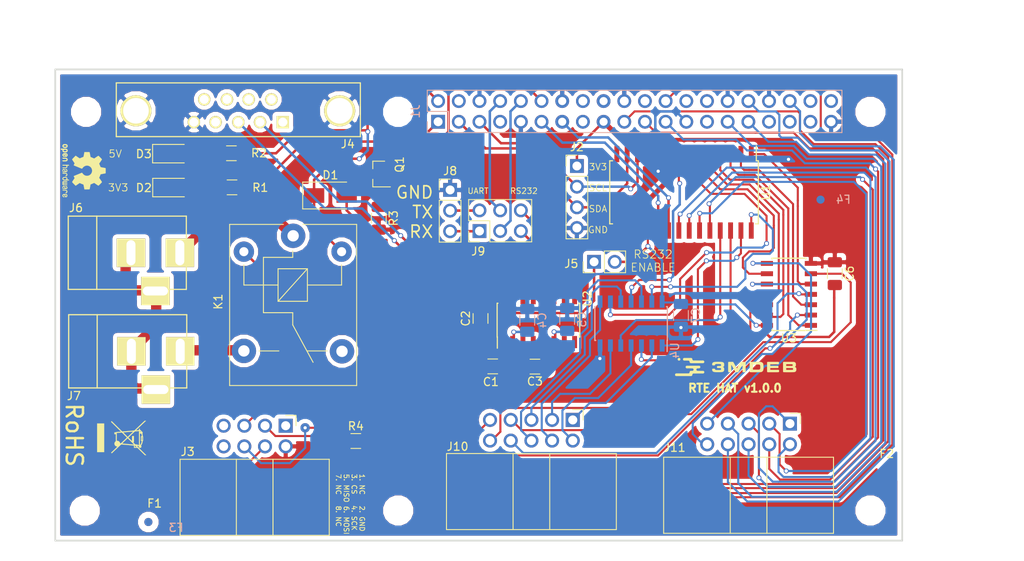
<source format=kicad_pcb>
(kicad_pcb (version 20171130) (host pcbnew 5.0.0-fee4fd1~66~ubuntu18.04.1)
  (layers (0 F.Cu signal) (31 B.Cu signal) (34 B.Paste user) (35 F.Paste user) (36 B.SilkS user) (37 F.SilkS user) (38 B.Mask user) (39 F.Mask user) (44 Edge.Cuts user))
  (net 0 "")
  (net 1 "Net-(C1-Pad1)")
  (net 2 "Net-(C1-Pad2)")
  (net 3 GND)
  (net 4 "Net-(C2-Pad2)")
  (net 5 "Net-(C3-Pad1)")
  (net 6 "Net-(C3-Pad2)")
  (net 7 +3V3)
  (net 8 +5V)
  (net 9 "Net-(D1-Pad2)")
  (net 10 I2C_SDA)
  (net 11 I2C_SCL)
  (net 12 INTA)
  (net 13 UART_TX_RPI)
  (net 14 UART_RX_RPI)
  (net 15 INTB)
  (net 16 RELAY_CTR)
  (net 17 GPIO_1)
  (net 18 GPIO_2)
  (net 19 SPI_MOSI)
  (net 20 SPI_MISO)
  (net 21 SPI_SCK)
  (net 22 SPI_CE0)
  (net 23 GPIO_3)
  (net 24 GPIO_4)
  (net 25 RS232_RX)
  (net 26 RS232_TX)
  (net 27 "Net-(J6-Pad1)")
  (net 28 "Net-(J6-Pad2)")
  (net 29 "Net-(J7-Pad1)")
  (net 30 OC_OUT1)
  (net 31 OC_OUT2)
  (net 32 OC_OUT3)
  (net 33 OC_OUT4)
  (net 34 OC_OUT5)
  (net 35 OC_OUT6)
  (net 36 GPA0)
  (net 37 GPA1)
  (net 38 GPA2)
  (net 39 GPA3)
  (net 40 GPB0)
  (net 41 GPB1)
  (net 42 GPB2)
  (net 43 GPB3)
  (net 44 GPB4)
  (net 45 GPB5)
  (net 46 GPB6)
  (net 47 GPB7)
  (net 48 GPA4)
  (net 49 GPA5)
  (net 50 GPA6)
  (net 51 GPA7)
  (net 52 "Net-(D2-Pad2)")
  (net 53 "Net-(D3-Pad2)")
  (net 54 "Net-(J3-Pad3)")
  (net 55 DUT_WDT)
  (net 56 DUT_RST)
  (net 57 DUT_PWR)
  (net 58 DUT_MODESW)
  (net 59 DUT_WP)
  (net 60 DUT_CLR)
  (net 61 UART_TX_EXT)
  (net 62 UART_RX_EXT)
  (net 63 UART_RX_RS232)
  (net 64 UART_TX_RS232)
  (net 65 "Net-(C4-Pad1)")
  (net 66 "Net-(C5-Pad1)")
  (net 67 "Net-(J1-Pad15)")
  (net 68 "Net-(J1-Pad16)")
  (net 69 SPI_CE1)
  (net 70 "Net-(J1-Pad27)")
  (net 71 "Net-(J1-Pad28)")
  (net 72 "Net-(J1-Pad37)")
  (net 73 "Net-(J1-Pad38)")
  (net 74 "Net-(J3-Pad1)")
  (net 75 "Net-(J3-Pad7)")
  (net 76 "Net-(J3-Pad8)")
  (net 77 "Net-(J4-Pad1)")
  (net 78 "Net-(J4-Pad4)")
  (net 79 "Net-(J4-Pad6)")
  (net 80 "Net-(J4-Pad7)")
  (net 81 "Net-(J4-Pad8)")
  (net 82 "Net-(J4-Pad9)")
  (net 83 "Net-(K1-Pad4)")
  (net 84 "Net-(U2-Pad7)")
  (net 85 "Net-(U2-Pad8)")
  (net 86 "Net-(U2-Pad9)")
  (net 87 "Net-(U2-Pad10)")
  (net 88 "Net-(J1-Pad7)")
  (net 89 "Net-(J1-Pad18)")
  (net 90 "Net-(J1-Pad22)")
  (net 91 "Net-(J1-Pad33)")
  (net 92 "Net-(J1-Pad35)")
  (net 93 "Net-(J1-Pad40)")
  (module Connect:DB9MD (layer F.Cu) (at 153.289 74.676 180)
    (fp_text reference J4 (at -13.4366 -4.0894 180) (layer F.SilkS))
    (fp_text value "RS232 OUT" hide)
    (pad 0 thru_hole circle (at -12.446 0 180) (size 3.81 3.81) (drill 3.148) (layers *.Cu *.Mask F.SilkS) (net 3 GND))
    (pad 0 thru_hole circle (at 12.573 0 180) (size 3.81 3.81) (drill 3.148) (layers *.Cu *.Mask F.SilkS) (net 3 GND))
    (pad 1 thru_hole rect (at -5.461 -1.397 180) (size 1.524 1.524) (drill 1.116) (layers *.Cu *.Mask F.SilkS) (net 77 "Net-(J4-Pad1)"))
    (pad 2 thru_hole circle (at -2.667 -1.397 180) (size 1.524 1.524) (drill 1.116) (layers *.Cu *.Mask F.SilkS) (net 25 RS232_RX))
    (pad 3 thru_hole circle (at 0 -1.397 180) (size 1.524 1.524) (drill 1.116) (layers *.Cu *.Mask F.SilkS) (net 26 RS232_TX))
    (pad 4 thru_hole circle (at 2.794 -1.397 180) (size 1.524 1.524) (drill 1.116) (layers *.Cu *.Mask F.SilkS) (net 78 "Net-(J4-Pad4)"))
    (pad 5 thru_hole circle (at 5.461 -1.397 180) (size 1.524 1.524) (drill 1.116) (layers *.Cu *.Mask F.SilkS) (net 3 GND))
    (pad 6 thru_hole circle (at -4.064 1.397 180) (size 1.524 1.524) (drill 1.116) (layers *.Cu *.Mask F.SilkS) (net 79 "Net-(J4-Pad6)"))
    (pad 7 thru_hole circle (at -1.27 1.397 180) (size 1.524 1.524) (drill 1.116) (layers *.Cu *.Mask F.SilkS) (net 80 "Net-(J4-Pad7)"))
    (pad 8 thru_hole circle (at 1.397 1.397 180) (size 1.524 1.524) (drill 1.116) (layers *.Cu *.Mask F.SilkS) (net 81 "Net-(J4-Pad8)"))
    (pad 9 thru_hole circle (at 4.191 1.397 180) (size 1.524 1.524) (drill 1.116) (layers *.Cu *.Mask F.SilkS) (net 82 "Net-(J4-Pad9)"))
  )
  (module footprints:3mdeb_logo (layer F.Cu) (at 214.376 106.172)
    (fp_text reference G1 hide)
    (fp_text value 3MDEB_LOGO hide)
  )
  (module Capacitor_SMD:C_1206_3216Metric (layer F.Cu) (at 184.531 106.0958)
    (fp_text reference C1 (at -0.2286 1.905) (layer F.SilkS))
    (fp_text value 100nF)
    (pad 1 smd roundrect (at -1.4 0) (size 1.25 1.75) (layers F.Cu F.Paste F.Mask) (roundrect_rratio 0.2) (net 1 "Net-(C1-Pad1)"))
    (pad 2 smd roundrect (at 1.4 0) (size 1.25 1.75) (layers F.Cu F.Paste F.Mask) (roundrect_rratio 0.2) (net 2 "Net-(C1-Pad2)"))
  )
  (module Capacitor_SMD:C_1206_3216Metric (layer F.Cu) (at 183.0324 100.203 90)
    (fp_text reference C2 (at 0 -1.82 90) (layer F.SilkS))
    (fp_text value 100nF)
    (pad 2 smd roundrect (at 1.4 0 90) (size 1.25 1.75) (layers F.Cu F.Paste F.Mask) (roundrect_rratio 0.2) (net 4 "Net-(C2-Pad2)"))
    (pad 1 smd roundrect (at -1.4 0 90) (size 1.25 1.75) (layers F.Cu F.Paste F.Mask) (roundrect_rratio 0.2) (net 3 GND))
  )
  (module Capacitor_SMD:C_1206_3216Metric (layer F.Cu) (at 189.7126 106.1212 180)
    (fp_text reference C3 (at 0 -1.82 180) (layer F.SilkS))
    (fp_text value 100nF)
    (pad 2 smd roundrect (at 1.4 0 180) (size 1.25 1.75) (layers F.Cu F.Paste F.Mask) (roundrect_rratio 0.2) (net 6 "Net-(C3-Pad2)"))
    (pad 1 smd roundrect (at -1.4 0 180) (size 1.25 1.75) (layers F.Cu F.Paste F.Mask) (roundrect_rratio 0.2) (net 5 "Net-(C3-Pad1)"))
  )
  (module Capacitor_SMD:C_1206_3216Metric (layer B.Cu) (at 188.7728 100.4346 90)
    (fp_text reference C4 (at 0 1.82 90) (layer B.SilkS) (effects (justify mirror)))
    (fp_text value 100nF)
    (pad 1 smd roundrect (at -1.4 0 90) (size 1.25 1.75) (layers B.Cu B.Paste B.Mask) (roundrect_rratio 0.2) (net 65 "Net-(C4-Pad1)"))
    (pad 2 smd roundrect (at 1.4 0 90) (size 1.25 1.75) (layers B.Cu B.Paste B.Mask) (roundrect_rratio 0.2) (net 3 GND))
  )
  (module Capacitor_SMD:C_1206_3216Metric (layer B.Cu) (at 193.675 100.33 90)
    (fp_text reference C5 (at 0 1.82 90) (layer B.SilkS) (effects (justify mirror)))
    (fp_text value 100nF)
    (pad 1 smd roundrect (at -1.4 0 90) (size 1.25 1.75) (layers B.Cu B.Paste B.Mask) (roundrect_rratio 0.2) (net 66 "Net-(C5-Pad1)"))
    (pad 2 smd roundrect (at 1.4 0 90) (size 1.25 1.75) (layers B.Cu B.Paste B.Mask) (roundrect_rratio 0.2) (net 3 GND))
  )
  (module Capacitor_SMD:C_1206_3216Metric (layer F.Cu) (at 226.5426 94.6912 270)
    (fp_text reference C6 (at 0 -1.82 270) (layer F.SilkS))
    (fp_text value 100nF)
    (pad 1 smd roundrect (at -1.4 0 270) (size 1.25 1.75) (layers F.Cu F.Paste F.Mask) (roundrect_rratio 0.2) (net 3 GND))
    (pad 2 smd roundrect (at 1.4 0 270) (size 1.25 1.75) (layers F.Cu F.Paste F.Mask) (roundrect_rratio 0.2) (net 7 +3V3))
  )
  (module Capacitor_SMD:C_1206_3216Metric (layer B.Cu) (at 207.645 99.822 90)
    (fp_text reference C7 (at 0 1.82 90) (layer B.SilkS) (effects (justify mirror)))
    (fp_text value 100nF)
    (pad 2 smd roundrect (at 1.4 0 90) (size 1.25 1.75) (layers B.Cu B.Paste B.Mask) (roundrect_rratio 0.2) (net 7 +3V3))
    (pad 1 smd roundrect (at -1.4 0 90) (size 1.25 1.75) (layers B.Cu B.Paste B.Mask) (roundrect_rratio 0.2) (net 3 GND))
  )
  (module Diode_SMD:D_SMA (layer F.Cu) (at 164.592 85.09)
    (fp_text reference D1 (at 0 -2.5) (layer F.SilkS))
    (fp_text value S1A-E3/61T hide)
    (pad 1 smd rect (at -2 0) (size 2.5 1.8) (layers F.Cu F.Paste F.Mask) (net 8 +5V))
    (pad 2 smd rect (at 2 0) (size 2.5 1.8) (layers F.Cu F.Paste F.Mask) (net 9 "Net-(D1-Pad2)"))
  )
  (module LED_SMD:LED_1206_3216Metric (layer F.Cu) (at 145.0594 84.1121)
    (fp_text reference D2 (at -3.3782 0.0381) (layer F.SilkS))
    (fp_text value "Orange LED 3V3")
    (pad 2 smd roundrect (at 1.4 0) (size 1.25 1.75) (layers F.Cu F.Paste F.Mask) (roundrect_rratio 0.2) (net 52 "Net-(D2-Pad2)"))
    (pad 1 smd roundrect (at -1.4 0) (size 1.25 1.75) (layers F.Cu F.Paste F.Mask) (roundrect_rratio 0.2) (net 3 GND))
  )
  (module LED_SMD:LED_1206_3216Metric (layer F.Cu) (at 145.0467 79.9465)
    (fp_text reference D3 (at -3.3655 0.0381) (layer F.SilkS))
    (fp_text value "Red LED 5V")
    (pad 1 smd roundrect (at -1.4 0) (size 1.25 1.75) (layers F.Cu F.Paste F.Mask) (roundrect_rratio 0.2) (net 3 GND))
    (pad 2 smd roundrect (at 1.4 0) (size 1.25 1.75) (layers F.Cu F.Paste F.Mask) (roundrect_rratio 0.2) (net 53 "Net-(D3-Pad2)"))
  )
  (module Connector_PinSocket_2.54mm:PinSocket_2x20_P2.54mm_Vertical (layer B.Cu) (at 177.8254 76.0222 270)
    (fp_text reference J1 (at -1.27 2.77 270) (layer B.SilkS) (effects (justify mirror)))
    (fp_text value "Raspberry Pi 3 Header")
    (pad 1 thru_hole rect (at 0 0 270) (size 1.7 1.7) (drill 1.1) (layers *.Cu *.Mask) (net 7 +3V3))
    (pad 2 thru_hole oval (at -2.54 0 270) (size 1.7 1.7) (drill 1.1) (layers *.Cu *.Mask) (net 8 +5V))
    (pad 3 thru_hole oval (at 0 -2.54 270) (size 1.7 1.7) (drill 1.1) (layers *.Cu *.Mask) (net 10 I2C_SDA))
    (pad 4 thru_hole oval (at -2.54 -2.54 270) (size 1.7 1.7) (drill 1.1) (layers *.Cu *.Mask) (net 8 +5V))
    (pad 5 thru_hole oval (at 0 -5.08 270) (size 1.7 1.7) (drill 1.1) (layers *.Cu *.Mask) (net 11 I2C_SCL))
    (pad 6 thru_hole oval (at -2.54 -5.08 270) (size 1.7 1.7) (drill 1.1) (layers *.Cu *.Mask) (net 3 GND))
    (pad 7 thru_hole oval (at 0 -7.62 270) (size 1.7 1.7) (drill 1.1) (layers *.Cu *.Mask) (net 88 "Net-(J1-Pad7)"))
    (pad 8 thru_hole oval (at -2.54 -7.62 270) (size 1.7 1.7) (drill 1.1) (layers *.Cu *.Mask) (net 13 UART_TX_RPI))
    (pad 9 thru_hole oval (at 0 -10.16 270) (size 1.7 1.7) (drill 1.1) (layers *.Cu *.Mask) (net 3 GND))
    (pad 10 thru_hole oval (at -2.54 -10.16 270) (size 1.7 1.7) (drill 1.1) (layers *.Cu *.Mask) (net 14 UART_RX_RPI))
    (pad 11 thru_hole oval (at 0 -12.7 270) (size 1.7 1.7) (drill 1.1) (layers *.Cu *.Mask) (net 15 INTB))
    (pad 12 thru_hole oval (at -2.54 -12.7 270) (size 1.7 1.7) (drill 1.1) (layers *.Cu *.Mask) (net 16 RELAY_CTR))
    (pad 13 thru_hole oval (at 0 -15.24 270) (size 1.7 1.7) (drill 1) (layers *.Cu *.Mask) (net 12 INTA))
    (pad 14 thru_hole oval (at -2.54 -15.24 270) (size 1.7 1.7) (drill 1) (layers *.Cu *.Mask) (net 3 GND))
    (pad 15 thru_hole oval (at 0 -17.78 270) (size 1.7 1.7) (drill 1.1) (layers *.Cu *.Mask) (net 67 "Net-(J1-Pad15)"))
    (pad 16 thru_hole oval (at -2.54 -17.78 270) (size 1.7 1.7) (drill 1.1) (layers *.Cu *.Mask) (net 68 "Net-(J1-Pad16)"))
    (pad 17 thru_hole oval (at 0 -20.32 270) (size 1.7 1.7) (drill 1) (layers *.Cu *.Mask) (net 7 +3V3))
    (pad 18 thru_hole oval (at -2.54 -20.32 270) (size 1.7 1.7) (drill 1) (layers *.Cu *.Mask) (net 89 "Net-(J1-Pad18)"))
    (pad 19 thru_hole oval (at 0 -22.86 270) (size 1.7 1.7) (drill 1.1) (layers *.Cu *.Mask) (net 19 SPI_MOSI))
    (pad 20 thru_hole oval (at -2.54 -22.86 270) (size 1.7 1.7) (drill 1.1) (layers *.Cu *.Mask) (net 3 GND))
    (pad 21 thru_hole oval (at 0 -25.4 270) (size 1.7 1.7) (drill 1.1) (layers *.Cu *.Mask) (net 20 SPI_MISO))
    (pad 22 thru_hole oval (at -2.54 -25.4 270) (size 1.7 1.7) (drill 1.1) (layers *.Cu *.Mask) (net 90 "Net-(J1-Pad22)"))
    (pad 23 thru_hole oval (at 0 -27.94 270) (size 1.7 1.7) (drill 1.1) (layers *.Cu *.Mask) (net 21 SPI_SCK))
    (pad 24 thru_hole oval (at -2.54 -27.94 270) (size 1.7 1.7) (drill 1.1) (layers *.Cu *.Mask) (net 22 SPI_CE0))
    (pad 25 thru_hole oval (at 0 -30.48 270) (size 1.7 1.7) (drill 1.1) (layers *.Cu *.Mask) (net 3 GND))
    (pad 26 thru_hole oval (at -2.54 -30.48 270) (size 1.7 1.7) (drill 1.1) (layers *.Cu *.Mask) (net 69 SPI_CE1))
    (pad 27 thru_hole oval (at 0 -33.02 270) (size 1.7 1.7) (drill 1.1) (layers *.Cu *.Mask) (net 70 "Net-(J1-Pad27)"))
    (pad 28 thru_hole oval (at -2.54 -33.02 270) (size 1.7 1.7) (drill 1.1) (layers *.Cu *.Mask) (net 71 "Net-(J1-Pad28)"))
    (pad 29 thru_hole oval (at 0 -35.56 270) (size 1.7 1.7) (drill 1.1) (layers *.Cu *.Mask) (net 17 GPIO_1))
    (pad 30 thru_hole oval (at -2.54 -35.56 270) (size 1.7 1.7) (drill 1.1) (layers *.Cu *.Mask) (net 3 GND))
    (pad 31 thru_hole oval (at 0 -38.1 270) (size 1.7 1.7) (drill 1.1) (layers *.Cu *.Mask) (net 18 GPIO_2))
    (pad 32 thru_hole oval (at -2.54 -38.1 270) (size 1.7 1.7) (drill 1.1) (layers *.Cu *.Mask) (net 23 GPIO_3))
    (pad 33 thru_hole oval (at 0 -40.64 270) (size 1.7 1.7) (drill 1.1) (layers *.Cu *.Mask) (net 91 "Net-(J1-Pad33)"))
    (pad 34 thru_hole oval (at -2.54 -40.64 270) (size 1.7 1.7) (drill 1.1) (layers *.Cu *.Mask) (net 3 GND))
    (pad 35 thru_hole oval (at 0 -43.18 270) (size 1.7 1.7) (drill 1.1) (layers *.Cu *.Mask) (net 92 "Net-(J1-Pad35)"))
    (pad 36 thru_hole oval (at -2.54 -43.18 270) (size 1.7 1.7) (drill 1.1) (layers *.Cu *.Mask) (net 24 GPIO_4))
    (pad 37 thru_hole oval (at 0 -45.72 270) (size 1.7 1.7) (drill 1.1) (layers *.Cu *.Mask) (net 72 "Net-(J1-Pad37)"))
    (pad 38 thru_hole oval (at -2.54 -45.72 270) (size 1.7 1.7) (drill 1.1) (layers *.Cu *.Mask) (net 73 "Net-(J1-Pad38)"))
    (pad 39 thru_hole oval (at 0 -48.26 270) (size 1.7 1.7) (drill 1.1) (layers *.Cu *.Mask) (net 3 GND))
    (pad 40 thru_hole oval (at -2.54 -48.26 270) (size 1.7 1.7) (drill 1.1) (layers *.Cu *.Mask) (net 93 "Net-(J1-Pad40)"))
  )
  (module Connector_PinHeader_2.54mm:PinHeader_1x04_P2.54mm_Vertical (layer F.Cu) (at 194.8688 81.46288)
    (fp_text reference J2 (at 0 -2.33) (layer F.SilkS))
    (fp_text value "I2C Header")
    (pad 1 thru_hole rect (at 0 0) (size 1.7 1.7) (drill 1.1) (layers *.Cu *.Mask) (net 7 +3V3))
    (pad 2 thru_hole oval (at 0 2.54) (size 1.7 1.7) (drill 1.1) (layers *.Cu *.Mask) (net 11 I2C_SCL))
    (pad 3 thru_hole oval (at 0 5.08) (size 1.7 1.7) (drill 1.1) (layers *.Cu *.Mask) (net 10 I2C_SDA))
    (pad 4 thru_hole oval (at 0 7.62) (size 1.7 1.7) (drill 1.1) (layers *.Cu *.Mask) (net 3 GND))
  )
  (module Connector_IDC:IDC-Header_2x04_P2.54mm_Horizontal (layer F.Cu) (at 159.1056 113.3856 270)
    (fp_text reference J3 (at 3.2004 12.0396) (layer F.SilkS))
    (fp_text value "SPI Header")
    (pad 1 thru_hole rect (at 0 0 270) (size 1.7272 1.7272) (drill 1.116) (layers *.Cu *.Mask) (net 74 "Net-(J3-Pad1)"))
    (pad 2 thru_hole oval (at 2.54 0 270) (size 1.7272 1.7272) (drill 1.116) (layers *.Cu *.Mask) (net 3 GND))
    (pad 3 thru_hole oval (at 0 2.54 270) (size 1.7272 1.7272) (drill 1.116) (layers *.Cu *.Mask) (net 54 "Net-(J3-Pad3)"))
    (pad 4 thru_hole oval (at 2.54 2.54 270) (size 1.7272 1.7272) (drill 1.116) (layers *.Cu *.Mask) (net 21 SPI_SCK))
    (pad 5 thru_hole oval (at 0 5.08 270) (size 1.7272 1.7272) (drill 1.116) (layers *.Cu *.Mask) (net 20 SPI_MISO))
    (pad 6 thru_hole oval (at 2.54 5.08 270) (size 1.7272 1.7272) (drill 1.116) (layers *.Cu *.Mask) (net 19 SPI_MOSI))
    (pad 7 thru_hole oval (at 0 7.62 270) (size 1.7272 1.7272) (drill 1.116) (layers *.Cu *.Mask) (net 75 "Net-(J3-Pad7)"))
    (pad 8 thru_hole oval (at 2.54 7.62 270) (size 1.7272 1.7272) (drill 1.116) (layers *.Cu *.Mask) (net 76 "Net-(J3-Pad8)"))
  )
  (module Connector_PinHeader_2.54mm:PinHeader_1x02_P2.54mm_Vertical (layer F.Cu) (at 196.977 93.2434 90)
    (fp_text reference J5 (at -0.2286 -2.794 180) (layer F.SilkS))
    (fp_text value "UART Enable")
    (pad 1 thru_hole rect (at 0 0 90) (size 1.7 1.7) (drill 1.1) (layers *.Cu *.Mask) (net 4 "Net-(C2-Pad2)"))
    (pad 2 thru_hole oval (at 0 2.54 90) (size 1.7 1.7) (drill 1.1) (layers *.Cu *.Mask) (net 7 +3V3))
  )
  (module Connect:BARREL_JACK (layer F.Cu) (at 139.9032 92.1258)
    (fp_text reference J6 (at -6.5532 -5.5118 180) (layer F.SilkS))
    (fp_text value "DUT Power Supply Input" hide)
    (pad 1 thru_hole rect (at 6.20014 0) (size 3.50012 3.50012) (drill oval 1.10076 3.09974) (layers *.Cu *.Mask F.SilkS) (net 27 "Net-(J6-Pad1)"))
    (pad 2 thru_hole rect (at 0.20066 0) (size 3.50012 3.50012) (drill oval 1.10076 3.09974) (layers *.Cu *.Mask F.SilkS) (net 28 "Net-(J6-Pad2)"))
    (pad 3 thru_hole rect (at 3.2004 4.699) (size 3.50012 3.50012) (drill oval 3.09974 1.10076) (layers *.Cu *.Mask F.SilkS) (net 28 "Net-(J6-Pad2)"))
  )
  (module Connect:BARREL_JACK (layer F.Cu) (at 139.954 104.2416)
    (fp_text reference J7 (at -6.858 5.4864 180) (layer F.SilkS))
    (fp_text value "DUT Power Supply Output" hide)
    (pad 3 thru_hole rect (at 3.2004 4.699) (size 3.50012 3.50012) (drill oval 3.09974 1.10076) (layers *.Cu *.Mask F.SilkS) (net 28 "Net-(J6-Pad2)"))
    (pad 2 thru_hole rect (at 0.20066 0) (size 3.50012 3.50012) (drill oval 1.10076 3.09974) (layers *.Cu *.Mask F.SilkS) (net 28 "Net-(J6-Pad2)"))
    (pad 1 thru_hole rect (at 6.20014 0) (size 3.50012 3.50012) (drill oval 1.10076 3.09974) (layers *.Cu *.Mask F.SilkS) (net 29 "Net-(J7-Pad1)"))
  )
  (module Connector_PinHeader_2.54mm:PinHeader_1x03_P2.54mm_Vertical (layer F.Cu) (at 179.2986 84.4042)
    (fp_text reference J8 (at 0 -2.33) (layer F.SilkS))
    (fp_text value "EXT UART")
    (pad 1 thru_hole rect (at 0 0) (size 1.7 1.7) (drill 1.1) (layers *.Cu *.Mask) (net 3 GND))
    (pad 2 thru_hole oval (at 0 2.54) (size 1.7 1.7) (drill 1.1) (layers *.Cu *.Mask) (net 61 UART_TX_EXT))
    (pad 3 thru_hole oval (at 0 5.08) (size 1.7 1.7) (drill 1.1) (layers *.Cu *.Mask) (net 62 UART_RX_EXT))
  )
  (module Connector_PinHeader_2.54mm:PinHeader_2x03_P2.54mm_Vertical (layer F.Cu) (at 182.9054 89.4588 90)
    (fp_text reference J9 (at -2.4892 -0.1524 180) (layer F.SilkS))
    (fp_text value UART_HEADER)
    (pad 1 thru_hole rect (at 0 0 90) (size 1.7 1.7) (drill 1.1) (layers *.Cu *.Mask) (net 62 UART_RX_EXT))
    (pad 2 thru_hole oval (at 2.54 0 90) (size 1.7 1.7) (drill 1.1) (layers *.Cu *.Mask) (net 61 UART_TX_EXT))
    (pad 3 thru_hole oval (at 0 2.54 90) (size 1.7 1.7) (drill 1.1) (layers *.Cu *.Mask) (net 14 UART_RX_RPI))
    (pad 4 thru_hole oval (at 2.54 2.54 90) (size 1.7 1.7) (drill 1.1) (layers *.Cu *.Mask) (net 13 UART_TX_RPI))
    (pad E thru_hole oval (at 0 5.08 90) (size 1.7 1.7) (drill 1.1) (layers *.Cu *.Mask) (net 63 UART_RX_RS232))
    (pad 6 thru_hole oval (at 2.54 5.08 90) (size 1.7 1.7) (drill 1.1) (layers *.Cu *.Mask) (net 64 UART_TX_RS232))
  )
  (module Connector_IDC:IDC-Header_2x05_P2.54mm_Horizontal (layer F.Cu) (at 194.3608 112.6744 270)
    (fp_text reference J10 (at 3.2766 14.1478) (layer F.SilkS))
    (fp_text value OC_BUFFER_OUTPUT_HEADER)
    (pad 1 thru_hole rect (at 0 0 270) (size 1.7272 1.7272) (drill 1.116) (layers *.Cu *.Mask) (net 30 OC_OUT1))
    (pad 2 thru_hole oval (at 2.54 0 270) (size 1.7272 1.7272) (drill 1.116) (layers *.Cu *.Mask) (net 31 OC_OUT2))
    (pad 3 thru_hole oval (at 0 2.54 270) (size 1.7272 1.7272) (drill 1.116) (layers *.Cu *.Mask) (net 32 OC_OUT3))
    (pad 4 thru_hole oval (at 2.54 2.54 270) (size 1.7272 1.7272) (drill 1.116) (layers *.Cu *.Mask) (net 33 OC_OUT4))
    (pad 5 thru_hole oval (at 0 5.08 270) (size 1.7272 1.7272) (drill 1.116) (layers *.Cu *.Mask) (net 34 OC_OUT5))
    (pad 6 thru_hole oval (at 2.54 5.08 270) (size 1.7272 1.7272) (drill 1.116) (layers *.Cu *.Mask) (net 35 OC_OUT6))
    (pad 7 thru_hole oval (at 0 7.62 270) (size 1.7272 1.7272) (drill 1.116) (layers *.Cu *.Mask) (net 55 DUT_WDT))
    (pad 8 thru_hole oval (at 2.54 7.62 270) (size 1.7272 1.7272) (drill 1.116) (layers *.Cu *.Mask) (net 56 DUT_RST))
    (pad 9 thru_hole oval (at 0 10.16 270) (size 1.7272 1.7272) (drill 1.116) (layers *.Cu *.Mask) (net 57 DUT_PWR))
    (pad 10 thru_hole oval (at 2.54 10.16 270) (size 1.7272 1.7272) (drill 1.116) (layers *.Cu *.Mask) (net 58 DUT_MODESW))
  )
  (module Connector_IDC:IDC-Header_2x05_P2.54mm_Horizontal (layer F.Cu) (at 221.0308 113.1316 270)
    (fp_text reference J11 (at 2.9464 14.1478) (layer F.SilkS))
    (fp_text value OC_BUFFER_OUTPUT_HEADER)
    (pad 10 thru_hole oval (at 2.54 10.16 270) (size 1.7272 1.7272) (drill 1.116) (layers *.Cu *.Mask) (net 60 DUT_CLR))
    (pad 9 thru_hole oval (at 0 10.16 270) (size 1.7272 1.7272) (drill 1.116) (layers *.Cu *.Mask) (net 59 DUT_WP))
    (pad 8 thru_hole oval (at 2.54 7.62 270) (size 1.7272 1.7272) (drill 1.116) (layers *.Cu *.Mask) (net 24 GPIO_4))
    (pad 7 thru_hole oval (at 0 7.62 270) (size 1.7272 1.7272) (drill 1.116) (layers *.Cu *.Mask) (net 23 GPIO_3))
    (pad 6 thru_hole oval (at 2.54 5.08 270) (size 1.7272 1.7272) (drill 1.116) (layers *.Cu *.Mask) (net 18 GPIO_2))
    (pad 5 thru_hole oval (at 0 5.08 270) (size 1.7272 1.7272) (drill 1.116) (layers *.Cu *.Mask) (net 17 GPIO_1))
    (pad 4 thru_hole oval (at 2.54 2.54 270) (size 1.7272 1.7272) (drill 1.116) (layers *.Cu *.Mask) (net 39 GPA3))
    (pad 3 thru_hole oval (at 0 2.54 270) (size 1.7272 1.7272) (drill 1.116) (layers *.Cu *.Mask) (net 38 GPA2))
    (pad 2 thru_hole oval (at 2.54 0 270) (size 1.7272 1.7272) (drill 1.116) (layers *.Cu *.Mask) (net 37 GPA1))
    (pad 1 thru_hole rect (at 0 0 270) (size 1.7272 1.7272) (drill 1.116) (layers *.Cu *.Mask) (net 36 GPA0))
  )
  (module Relay_THT:Relay_SPDT_SANYOU_SRD_Series_Form_C (layer F.Cu) (at 160.02 90.043 270)
    (fp_text reference K1 (at 8.1 9.2 270) (layer F.SilkS))
    (fp_text value HF3FA hide)
    (pad 2 thru_hole circle (at 1.95 6.05) (size 2.5 2.5) (drill 1.116) (layers *.Cu *.Mask) (net 9 "Net-(D1-Pad2)"))
    (pad 3 thru_hole circle (at 14.15 6.05) (size 3 3) (drill 1.4) (layers *.Cu *.Mask) (net 29 "Net-(J7-Pad1)"))
    (pad 4 thru_hole circle (at 14.2 -6) (size 3 3) (drill 1.4) (layers *.Cu *.Mask) (net 83 "Net-(K1-Pad4)"))
    (pad 5 thru_hole circle (at 1.95 -5.95) (size 2.5 2.5) (drill 1.116) (layers *.Cu *.Mask) (net 8 +5V))
    (pad 1 thru_hole circle (at 0 0) (size 3 3) (drill 1.4) (layers *.Cu *.Mask) (net 27 "Net-(J6-Pad1)"))
  )
  (module MountingHole:MountingHole_2.7mm (layer F.Cu) (at 172.9232 123.7996)
    (fp_text reference MK1 hide)
    (fp_text value Mounting_Hole)
    (pad 1 np_thru_hole circle (at 0 0) (size 2.7 2.7) (drill 2.7) (layers *.Cu *.Mask))
  )
  (module MountingHole:MountingHole_2.7mm (layer F.Cu) (at 230.9114 123.7996)
    (fp_text reference MK2 hide)
    (fp_text value Mounting_Hole hide)
    (pad 1 np_thru_hole circle (at 0 0) (size 2.7 2.7) (drill 2.7) (layers *.Cu *.Mask))
  )
  (module MountingHole:MountingHole_2.7mm (layer F.Cu) (at 134.4295 123.825)
    (fp_text reference MK3 hide)
    (fp_text value Mounting_Hole hide)
    (pad 1 np_thru_hole circle (at 0 0) (size 2.7 2.7) (drill 2.7) (layers *.Cu *.Mask))
  )
  (module MountingHole:MountingHole_2.7mm (layer F.Cu) (at 230.9114 74.803)
    (fp_text reference MK4 hide)
    (fp_text value Mounting_Hole hide)
    (pad 1 np_thru_hole circle (at 0 0) (size 2.7 2.7) (drill 2.7) (layers *.Cu *.Mask))
  )
  (module MountingHole:MountingHole_2.7mm (layer F.Cu) (at 134.5946 74.803)
    (fp_text reference MK5 hide)
    (fp_text value Mounting_Hole hide)
    (pad 1 np_thru_hole circle (at 0 0) (size 2.7 2.7) (drill 2.7) (layers *.Cu *.Mask))
  )
  (module MountingHole:MountingHole_2.7mm (layer F.Cu) (at 172.9232 74.803)
    (fp_text reference MK6 hide)
    (fp_text value Mounting_Hole hide)
    (pad 1 np_thru_hole circle (at 0 0) (size 2.7 2.7) (drill 2.7) (layers *.Cu *.Mask))
  )
  (module Package_TO_SOT_SMD:SOT-23 (layer F.Cu) (at 170.561 82.4484 180)
    (fp_text reference Q1 (at -2.54 1.1684 270) (layer F.SilkS))
    (fp_text value NDS351AN hide)
    (pad 1 smd rect (at -1 -0.95 180) (size 0.9 0.8) (layers F.Cu F.Paste F.Mask) (net 16 RELAY_CTR))
    (pad 2 smd rect (at -1 0.95 180) (size 0.9 0.8) (layers F.Cu F.Paste F.Mask) (net 3 GND))
    (pad 3 smd rect (at 1 0 180) (size 0.9 0.8) (layers F.Cu F.Paste F.Mask) (net 9 "Net-(D1-Pad2)"))
  )
  (module Resistor_SMD:R_1206_3216Metric (layer F.Cu) (at 152.5143 84.0867 180)
    (fp_text reference R1 (at -3.4671 -0.0381 180) (layer F.SilkS))
    (fp_text value 1k)
    (pad 1 smd roundrect (at -1.4 0 180) (size 1.25 1.75) (layers F.Cu F.Paste F.Mask) (roundrect_rratio 0.2) (net 7 +3V3))
    (pad 2 smd roundrect (at 1.4 0 180) (size 1.25 1.75) (layers F.Cu F.Paste F.Mask) (roundrect_rratio 0.2) (net 52 "Net-(D2-Pad2)"))
  )
  (module Resistor_SMD:R_1206_3216Metric (layer F.Cu) (at 152.4381 79.8957 180)
    (fp_text reference R2 (at -3.3909 0.0127 180) (layer F.SilkS))
    (fp_text value 1k)
    (pad 2 smd roundrect (at 1.4 0 180) (size 1.25 1.75) (layers F.Cu F.Paste F.Mask) (roundrect_rratio 0.2) (net 53 "Net-(D3-Pad2)"))
    (pad 1 smd roundrect (at -1.4 0 180) (size 1.25 1.75) (layers F.Cu F.Paste F.Mask) (roundrect_rratio 0.2) (net 8 +5V))
  )
  (module Resistor_SMD:R_1206_3216Metric (layer F.Cu) (at 170.5356 87.884 270)
    (fp_text reference R3 (at 0 -1.82 270) (layer F.SilkS))
    (fp_text value 10k)
    (pad 1 smd roundrect (at -1.4 0 270) (size 1.25 1.75) (layers F.Cu F.Paste F.Mask) (roundrect_rratio 0.2) (net 16 RELAY_CTR))
    (pad 2 smd roundrect (at 1.4 0 270) (size 1.25 1.75) (layers F.Cu F.Paste F.Mask) (roundrect_rratio 0.2) (net 3 GND))
  )
  (module Resistor_SMD:R_1206_3216Metric (layer F.Cu) (at 167.7162 115.2652)
    (fp_text reference R4 (at 0 -1.82) (layer F.SilkS))
    (fp_text value 1k)
    (pad 2 smd roundrect (at 1.4 0) (size 1.25 1.75) (layers F.Cu F.Paste F.Mask) (roundrect_rratio 0.2) (net 22 SPI_CE0))
    (pad 1 smd roundrect (at -1.4 0) (size 1.25 1.75) (layers F.Cu F.Paste F.Mask) (roundrect_rratio 0.2) (net 54 "Net-(J3-Pad3)"))
  )
  (module Package_SO:SOIC-28W_7.5x17.9mm_P1.27mm (layer F.Cu) (at 208.026 84.6963 270)
    (fp_text reference U1 (at 0 -10.05 270) (layer F.SilkS))
    (fp_text value MCP23017)
    (pad 1 smd rect (at -4.7 -8.255 270) (size 2 0.6) (layers F.Cu F.Paste F.Mask) (net 40 GPB0))
    (pad 2 smd rect (at -4.7 -6.985 270) (size 2 0.6) (layers F.Cu F.Paste F.Mask) (net 41 GPB1))
    (pad 3 smd rect (at -4.7 -5.715 270) (size 2 0.6) (layers F.Cu F.Paste F.Mask) (net 42 GPB2))
    (pad 4 smd rect (at -4.7 -4.445 270) (size 2 0.6) (layers F.Cu F.Paste F.Mask) (net 43 GPB3))
    (pad 5 smd rect (at -4.7 -3.175 270) (size 2 0.6) (layers F.Cu F.Paste F.Mask) (net 44 GPB4))
    (pad 6 smd rect (at -4.7 -1.905 270) (size 2 0.6) (layers F.Cu F.Paste F.Mask) (net 45 GPB5))
    (pad 7 smd rect (at -4.7 -0.635 270) (size 2 0.6) (layers F.Cu F.Paste F.Mask) (net 46 GPB6))
    (pad 8 smd rect (at -4.7 0.635 270) (size 2 0.6) (layers F.Cu F.Paste F.Mask) (net 47 GPB7))
    (pad 9 smd rect (at -4.7 1.905 270) (size 2 0.6) (layers F.Cu F.Paste F.Mask) (net 7 +3V3))
    (pad 10 smd rect (at -4.7 3.175 270) (size 2 0.6) (layers F.Cu F.Paste F.Mask) (net 3 GND))
    (pad 11 smd rect (at -4.7 4.445 270) (size 2 0.6) (layers F.Cu F.Paste F.Mask))
    (pad 12 smd rect (at -4.7 5.715 270) (size 2 0.6) (layers F.Cu F.Paste F.Mask) (net 11 I2C_SCL))
    (pad 13 smd rect (at -4.7 6.985 270) (size 2 0.6) (layers F.Cu F.Paste F.Mask) (net 10 I2C_SDA))
    (pad 14 smd rect (at -4.7 8.255 270) (size 2 0.6) (layers F.Cu F.Paste F.Mask))
    (pad 15 smd rect (at 4.7 8.255 270) (size 2 0.6) (layers F.Cu F.Paste F.Mask) (net 3 GND))
    (pad 16 smd rect (at 4.7 6.985 270) (size 2 0.6) (layers F.Cu F.Paste F.Mask) (net 3 GND))
    (pad 17 smd rect (at 4.7 5.715 270) (size 2 0.6) (layers F.Cu F.Paste F.Mask) (net 3 GND))
    (pad 18 smd rect (at 4.7 4.445 270) (size 2 0.6) (layers F.Cu F.Paste F.Mask) (net 7 +3V3))
    (pad 19 smd rect (at 4.7 3.175 270) (size 2 0.6) (layers F.Cu F.Paste F.Mask) (net 15 INTB))
    (pad 20 smd rect (at 4.7 1.905 270) (size 2 0.6) (layers F.Cu F.Paste F.Mask) (net 12 INTA))
    (pad 21 smd rect (at 4.7 0.635 270) (size 2 0.6) (layers F.Cu F.Paste F.Mask) (net 36 GPA0))
    (pad 22 smd rect (at 4.7 -0.635 270) (size 2 0.6) (layers F.Cu F.Paste F.Mask) (net 37 GPA1))
    (pad 23 smd rect (at 4.7 -1.905 270) (size 2 0.6) (layers F.Cu F.Paste F.Mask) (net 38 GPA2))
    (pad 24 smd rect (at 4.7 -3.175 270) (size 2 0.6) (layers F.Cu F.Paste F.Mask) (net 39 GPA3))
    (pad 25 smd rect (at 4.7 -4.445 270) (size 2 0.6) (layers F.Cu F.Paste F.Mask) (net 48 GPA4))
    (pad 26 smd rect (at 4.7 -5.715 270) (size 2 0.6) (layers F.Cu F.Paste F.Mask) (net 49 GPA5))
    (pad 27 smd rect (at 4.7 -6.985 270) (size 2 0.6) (layers F.Cu F.Paste F.Mask) (net 50 GPA6))
    (pad 28 smd rect (at 4.7 -8.255 270) (size 2 0.6) (layers F.Cu F.Paste F.Mask) (net 51 GPA7))
  )
  (module Package_SO:SOIC-16_3.9x9.9mm_P1.27mm (layer F.Cu) (at 190.1444 100.4062 90)
    (fp_text reference U2 (at 2.6416 6.0198 270) (layer F.SilkS))
    (fp_text value MAX3232)
    (pad 1 smd rect (at -2.7 -4.445 90) (size 1.5 0.6) (layers F.Cu F.Paste F.Mask) (net 1 "Net-(C1-Pad1)"))
    (pad 2 smd rect (at -2.7 -3.175 90) (size 1.5 0.6) (layers F.Cu F.Paste F.Mask) (net 65 "Net-(C4-Pad1)"))
    (pad 3 smd rect (at -2.7 -1.905 90) (size 1.5 0.6) (layers F.Cu F.Paste F.Mask) (net 2 "Net-(C1-Pad2)"))
    (pad 4 smd rect (at -2.7 -0.635 90) (size 1.5 0.6) (layers F.Cu F.Paste F.Mask) (net 6 "Net-(C3-Pad2)"))
    (pad 5 smd rect (at -2.7 0.635 90) (size 1.5 0.6) (layers F.Cu F.Paste F.Mask) (net 5 "Net-(C3-Pad1)"))
    (pad 6 smd rect (at -2.7 1.905 90) (size 1.5 0.6) (layers F.Cu F.Paste F.Mask) (net 66 "Net-(C5-Pad1)"))
    (pad 7 smd rect (at -2.7 3.175 90) (size 1.5 0.6) (layers F.Cu F.Paste F.Mask) (net 84 "Net-(U2-Pad7)"))
    (pad 8 smd rect (at -2.7 4.445 90) (size 1.5 0.6) (layers F.Cu F.Paste F.Mask) (net 85 "Net-(U2-Pad8)"))
    (pad 9 smd rect (at 2.7 4.445 90) (size 1.5 0.6) (layers F.Cu F.Paste F.Mask) (net 86 "Net-(U2-Pad9)"))
    (pad 10 smd rect (at 2.7 3.175 90) (size 1.5 0.6) (layers F.Cu F.Paste F.Mask) (net 87 "Net-(U2-Pad10)"))
    (pad 11 smd rect (at 2.7 1.905 90) (size 1.5 0.6) (layers F.Cu F.Paste F.Mask) (net 64 UART_TX_RS232))
    (pad 12 smd rect (at 2.7 0.635 90) (size 1.5 0.6) (layers F.Cu F.Paste F.Mask) (net 63 UART_RX_RS232))
    (pad 13 smd rect (at 2.7 -0.635 90) (size 1.5 0.6) (layers F.Cu F.Paste F.Mask) (net 25 RS232_RX))
    (pad 14 smd rect (at 2.7 -1.905 90) (size 1.5 0.6) (layers F.Cu F.Paste F.Mask) (net 26 RS232_TX))
    (pad 15 smd rect (at 2.7 -3.175 90) (size 1.5 0.6) (layers F.Cu F.Paste F.Mask) (net 3 GND))
    (pad 16 smd rect (at 2.7 -4.445 90) (size 1.5 0.6) (layers F.Cu F.Paste F.Mask) (net 4 "Net-(C2-Pad2)"))
  )
  (module Package_SO:SOIC-14_3.9x8.7mm_P1.27mm (layer F.Cu) (at 220.9038 97.2439 180)
    (fp_text reference U3 (at 0 -5.375 180) (layer F.SilkS))
    (fp_text value 74LS06)
    (pad 1 smd rect (at -2.7 -3.81 180) (size 1.5 0.6) (layers F.Cu F.Paste F.Mask) (net 42 GPB2))
    (pad 2 smd rect (at -2.7 -2.54 180) (size 1.5 0.6) (layers F.Cu F.Paste F.Mask) (net 57 DUT_PWR))
    (pad 3 smd rect (at -2.7 -1.27 180) (size 1.5 0.6) (layers F.Cu F.Paste F.Mask) (net 41 GPB1))
    (pad 4 smd rect (at -2.7 0 180) (size 1.5 0.6) (layers F.Cu F.Paste F.Mask) (net 56 DUT_RST))
    (pad 5 smd rect (at -2.7 1.27 180) (size 1.5 0.6) (layers F.Cu F.Paste F.Mask) (net 40 GPB0))
    (pad 6 smd rect (at -2.7 2.54 180) (size 1.5 0.6) (layers F.Cu F.Paste F.Mask) (net 55 DUT_WDT))
    (pad 7 smd rect (at -2.7 3.81 180) (size 1.5 0.6) (layers F.Cu F.Paste F.Mask) (net 3 GND))
    (pad 8 smd rect (at 2.7 3.81 180) (size 1.5 0.6) (layers F.Cu F.Paste F.Mask) (net 59 DUT_WP))
    (pad 9 smd rect (at 2.7 2.54 180) (size 1.5 0.6) (layers F.Cu F.Paste F.Mask) (net 45 GPB5))
    (pad 10 smd rect (at 2.7 1.27 180) (size 1.5 0.6) (layers F.Cu F.Paste F.Mask) (net 60 DUT_CLR))
    (pad 11 smd rect (at 2.7 0 180) (size 1.5 0.6) (layers F.Cu F.Paste F.Mask) (net 44 GPB4))
    (pad 12 smd rect (at 2.7 -1.27 180) (size 1.5 0.6) (layers F.Cu F.Paste F.Mask) (net 58 DUT_MODESW))
    (pad 13 smd rect (at 2.7 -2.54 180) (size 1.5 0.6) (layers F.Cu F.Paste F.Mask) (net 43 GPB3))
    (pad 14 smd rect (at 2.7 -3.81 180) (size 1.5 0.6) (layers F.Cu F.Paste F.Mask) (net 7 +3V3))
  )
  (module Package_SO:SOIC-14_3.9x8.7mm_P1.27mm (layer B.Cu) (at 201.5236 100.8253 90)
    (fp_text reference U4 (at -3.3147 5.375 90) (layer B.SilkS) (effects (justify mirror)))
    (fp_text value 74LS06)
    (pad 14 smd rect (at 2.7 3.81 90) (size 1.5 0.6) (layers B.Cu B.Paste B.Mask) (net 7 +3V3))
    (pad 13 smd rect (at 2.7 2.54 90) (size 1.5 0.6) (layers B.Cu B.Paste B.Mask) (net 51 GPA7))
    (pad 12 smd rect (at 2.7 1.27 90) (size 1.5 0.6) (layers B.Cu B.Paste B.Mask) (net 35 OC_OUT6))
    (pad 11 smd rect (at 2.7 0 90) (size 1.5 0.6) (layers B.Cu B.Paste B.Mask) (net 47 GPB7))
    (pad 10 smd rect (at 2.7 -1.27 90) (size 1.5 0.6) (layers B.Cu B.Paste B.Mask) (net 34 OC_OUT5))
    (pad 9 smd rect (at 2.7 -2.54 90) (size 1.5 0.6) (layers B.Cu B.Paste B.Mask) (net 46 GPB6))
    (pad 8 smd rect (at 2.7 -3.81 90) (size 1.5 0.6) (layers B.Cu B.Paste B.Mask) (net 33 OC_OUT4))
    (pad 7 smd rect (at -2.7 -3.81 90) (size 1.5 0.6) (layers B.Cu B.Paste B.Mask) (net 3 GND))
    (pad 6 smd rect (at -2.7 -2.54 90) (size 1.5 0.6) (layers B.Cu B.Paste B.Mask) (net 32 OC_OUT3))
    (pad 5 smd rect (at -2.7 -1.27 90) (size 1.5 0.6) (layers B.Cu B.Paste B.Mask) (net 48 GPA4))
    (pad 4 smd rect (at -2.7 0 90) (size 1.5 0.6) (layers B.Cu B.Paste B.Mask) (net 31 OC_OUT2))
    (pad 3 smd rect (at -2.7 1.27 90) (size 1.5 0.6) (layers B.Cu B.Paste B.Mask) (net 49 GPA5))
    (pad 2 smd rect (at -2.7 2.54 90) (size 1.5 0.6) (layers B.Cu B.Paste B.Mask) (net 30 OC_OUT1))
    (pad 1 smd rect (at -2.7 3.81 90) (size 1.5 0.6) (layers B.Cu B.Paste B.Mask) (net 50 GPA6))
  )
  (module Symbol:WEEE-Logo_4.2x6mm_SilkScreen (layer F.Cu) (at 138.9634 114.8842 270)
    (fp_text reference REF** hide)
    (fp_text value WEEE-Logo_4.2x6mm_SilkScreen hide)
  )
  (module Fiducial:Fiducial_1mm_Dia_2.54mm_Outer_CopperBottom (layer F.Cu) (at 142.24 125.222)
    (fp_text reference F3 (at 3.4 0.7) (layer B.SilkS) (effects (justify mirror)))
    (fp_text value Fiducial_1mm_Dia_2.54mm_Outer_CopperBottom)
    (pad ~ smd circle (at 0 0) (size 1 1) (layers B.Cu B.Mask) (clearance 0.77))
  )
  (module Fiducial:Fiducial_1mm_Dia_2.54mm_Outer_CopperTop (layer F.Cu) (at 142.24 125.222)
    (fp_text reference F1 (at 0.762 -2.286) (layer F.SilkS))
    (fp_text value Fiducial_1mm_Dia_2.54mm_Outer_CopperTop)
    (pad ~ smd circle (at 0 0) (size 1 1) (layers F.Cu F.Mask) (clearance 0.77))
  )
  (module Fiducial:Fiducial_1mm_Dia_2.54mm_Outer_CopperTop (layer F.Cu) (at 232.918 119.38)
    (fp_text reference F2 (at 0 -2.54) (layer F.SilkS))
    (fp_text value Fiducial_1mm_Dia_2.54mm_Outer_CopperTop)
    (pad ~ smd circle (at 0 0) (size 1 1) (layers F.Cu F.Mask) (clearance 0.77))
  )
  (module Fiducial:Fiducial_1mm_Dia_2.54mm_Outer_CopperBottom (layer F.Cu) (at 224.79 85.598)
    (fp_text reference F4 (at 2.794 0) (layer B.SilkS) (effects (justify mirror)))
    (fp_text value Fiducial_1mm_Dia_2.54mm_Outer_CopperBottom)
    (pad ~ smd circle (at 0 0) (size 1 1) (layers B.Cu B.Mask) (clearance 0.77))
  )
  (module Symbol:OSHW-Logo2_7.3x6mm_SilkScreen (layer F.Cu) (at 134.239 82.042 270)
    (fp_text reference REF** hide)
    (fp_text value OSHW-Logo2_7.3x6mm_SilkScreen hide)
  )
  (gr_text 5V (at 138.176 79.9592) (layer F.SilkS) (effects (font (size 0.9 0.9) (thickness 0.1))))
  (gr_text 3V3 (at 138.5316 84.1248) (layer F.SilkS) (effects (font (size 0.9 0.9) (thickness 0.1))))
  (gr_text RoHS (at 133.1214 114.5286 270) (layer F.SilkS) (effects (font (size 2 2) (thickness 0.3))))
  (gr_text "UART     RS232" (at 185.7502 84.5312) (layer F.SilkS) (effects (font (size 0.7 0.7) (thickness 0.1))))
  (gr_line (start 130.81 127.508) (end 234.823 127.508) (angle 90) (layer Edge.Cuts) (width 0.2))
  (gr_line (start 130.81 127.508) (end 130.81 69.596) (angle 90) (layer Edge.Cuts) (width 0.2))
  (gr_line (start 234.823 69.596) (end 234.823 127.508) (angle 90) (layer Edge.Cuts) (width 0.2))
  (gr_line (start 130.81 69.596) (end 234.823 69.596) (angle 90) (layer Edge.Cuts) (width 0.2))
  (gr_text "3V3\n\nSCL\n\nSDA\n\nGND" (at 197.4596 85.4456) (layer F.SilkS) (effects (font (size 0.8 0.8) (thickness 0.1))))
  (gr_text "GND\nTX\nRX" (at 177.3428 87.122) (layer F.SilkS) (effects (font (size 1.5 1.5) (thickness 0.2)) (justify right)))
  (gr_text "RS232\nENABLE" (at 204.216 93.13164) (layer F.SilkS) (effects (font (size 1 1) (thickness 0.1))))
  (gr_text "1. NC   2. GND\n3. CS   4. SCK\n5. MISO 6. MOSI\n7. NC   8. NC" (at 167.0304 119.253 270) (layer F.SilkS) (effects (font (size 0.6 0.6) (thickness 0.1)) (justify left)))
  (gr_text "RTE HAT v1.0.0" (at 214.2744 108.7628) (layer F.SilkS) (effects (font (size 1 1) (thickness 0.25))))
  (segment (start 183.031 106.0958) (end 183.9468 106.0958) (width 0.3048) (layer F.Cu) (net 1))
  (segment (start 185.8518 104.1908) (end 185.8518 103.5812) (width 0.3048) (layer F.Cu) (net 1))
  (segment (start 183.9468 106.0958) (end 185.8518 104.1908) (width 0.3048) (layer F.Cu) (net 1))
  (segment (start 186.031 106.0958) (end 186.031 105.3578) (width 0.3048) (layer F.Cu) (net 2))
  (segment (start 186.031 105.3578) (end 186.563 104.8258) (width 0.3048) (layer F.Cu) (net 2))
  (segment (start 186.563 104.8258) (end 188.0616 104.8258) (width 0.3048) (layer F.Cu) (net 2))
  (segment (start 188.0616 104.8258) (end 188.3918 104.4956) (width 0.3048) (layer F.Cu) (net 2))
  (segment (start 188.3918 104.4956) (end 188.3918 103.5812) (width 0.3048) (layer F.Cu) (net 2))
  (via (at 204.851 82.1055) (size 0.6) (drill 0.4) (layers F.Cu B.Cu) (net 3))
  (segment (start 197.7136 103.5253) (end 197.7136 105.1052) (width 0.3048) (layer B.Cu) (net 3))
  (via (at 197.6882 105.1306) (size 0.6) (drill 0.4) (layers F.Cu B.Cu) (net 3))
  (via (at 207.645 101.322) (size 0.6) (drill 0.4) (layers F.Cu B.Cu) (net 3))
  (segment (start 207.645 101.322) (end 207.3388 101.322) (width 0.254) (layer B.Cu) (net 3))
  (segment (start 204.851 80.645) (end 206.3115 80.645) (width 0.3048) (layer B.Cu) (net 3))
  (via (at 220.853 80.645) (size 0.6) (drill 0.4) (layers F.Cu B.Cu) (net 3))
  (segment (start 206.3115 80.645) (end 220.853 80.645) (width 0.254) (layer B.Cu) (net 3))
  (segment (start 202.311 89.3963) (end 202.311 87.63) (width 0.3048) (layer F.Cu) (net 3))
  (segment (start 201.922248 87.241248) (end 200.9775 87.241248) (width 0.3048) (layer F.Cu) (net 3))
  (segment (start 202.311 87.63) (end 201.922248 87.241248) (width 0.3048) (layer F.Cu) (net 3))
  (segment (start 199.771 87.757) (end 200.286752 87.241248) (width 0.3048) (layer F.Cu) (net 3))
  (segment (start 200.9775 87.241248) (end 200.286752 87.241248) (width 0.3048) (layer F.Cu) (net 3))
  (segment (start 199.771 87.757) (end 199.771 89.3963) (width 0.3048) (layer F.Cu) (net 3))
  (segment (start 201.041 87.241248) (end 201.041 85.9155) (width 0.3048) (layer F.Cu) (net 3))
  (segment (start 201.041 85.9155) (end 204.851 82.1055) (width 0.3048) (layer F.Cu) (net 3))
  (segment (start 223.6038 93.4339) (end 226.2999 93.4339) (width 0.3048) (layer F.Cu) (net 3))
  (segment (start 226.2999 93.4339) (end 226.5426 93.1912) (width 0.3048) (layer F.Cu) (net 3))
  (segment (start 204.851 82.1055) (end 204.851 80.645) (width 0.3048) (layer B.Cu) (net 3))
  (segment (start 204.851 80.645) (end 204.851 77.2922) (width 0.3048) (layer B.Cu) (net 3))
  (segment (start 204.851 77.2922) (end 204.4954 76.9366) (width 0.3048) (layer B.Cu) (net 3))
  (segment (start 204.4954 76.9366) (end 204.4954 75.3364) (width 0.3048) (layer B.Cu) (net 3))
  (segment (start 204.4954 75.3364) (end 205.0796 74.7522) (width 0.3048) (layer B.Cu) (net 3))
  (segment (start 205.0796 74.7522) (end 207.0354 74.7522) (width 0.3048) (layer B.Cu) (net 3))
  (segment (start 200.9775 87.241248) (end 201.041 87.241248) (width 0.3048) (layer F.Cu) (net 3))
  (segment (start 201.041 89.3963) (end 201.041 87.241248) (width 0.3048) (layer F.Cu) (net 3))
  (segment (start 204.851 82.1055) (end 204.851 79.9963) (width 0.3048) (layer F.Cu) (net 3))
  (segment (start 143.5467 84.0994) (end 143.5594 84.1121) (width 0.3048) (layer F.Cu) (net 3))
  (segment (start 197.7136 103.5253) (end 197.7136 102.9716) (width 0.254) (layer B.Cu) (net 3))
  (segment (start 207.0354 74.7522) (end 208.3054 76.0222) (width 0.3048) (layer B.Cu) (net 3))
  (segment (start 185.8518 97.2312) (end 185.8518 98.933) (width 0.3048) (layer F.Cu) (net 4))
  (segment (start 196.977 98.0059) (end 196.977 93.2434) (width 0.3048) (layer F.Cu) (net 4))
  (segment (start 195.453 99.5299) (end 196.977 98.0059) (width 0.3048) (layer F.Cu) (net 4))
  (segment (start 186.4487 99.5299) (end 195.453 99.5299) (width 0.3048) (layer F.Cu) (net 4))
  (segment (start 185.8518 98.933) (end 186.4487 99.5299) (width 0.3048) (layer F.Cu) (net 4))
  (segment (start 183.0324 98.703) (end 183.0324 97.8916) (width 0.3048) (layer F.Cu) (net 4))
  (segment (start 183.6928 97.2312) (end 185.8518 97.2312) (width 0.3048) (layer F.Cu) (net 4))
  (segment (start 183.0324 97.8916) (end 183.6928 97.2312) (width 0.3048) (layer F.Cu) (net 4))
  (segment (start 190.9318 103.5812) (end 190.9318 105.8404) (width 0.3048) (layer F.Cu) (net 5))
  (segment (start 190.9318 105.8404) (end 191.2126 106.1212) (width 0.3048) (layer F.Cu) (net 5))
  (segment (start 188.2126 106.1212) (end 189.2554 106.1212) (width 0.3048) (layer F.Cu) (net 6))
  (segment (start 189.6618 105.7148) (end 189.6618 103.5812) (width 0.3048) (layer F.Cu) (net 6))
  (segment (start 189.2554 106.1212) (end 189.6618 105.7148) (width 0.3048) (layer F.Cu) (net 6))
  (segment (start 161.3916 78.4606) (end 175.387 78.4606) (width 0.3048) (layer F.Cu) (net 7))
  (segment (start 175.387 78.4606) (end 177.8254 76.0222) (width 0.3048) (layer F.Cu) (net 7))
  (segment (start 154.5143 84.0867) (end 155.7655 84.0867) (width 0.3048) (layer F.Cu) (net 7))
  (segment (start 155.7655 84.0867) (end 161.3916 78.4606) (width 0.3048) (layer F.Cu) (net 7))
  (segment (start 194.8688 81.46288) (end 194.8688 79.2988) (width 0.3048) (layer F.Cu) (net 7))
  (segment (start 194.8688 79.2988) (end 198.1454 76.0222) (width 0.3048) (layer F.Cu) (net 7))
  (segment (start 198.1454 76.0222) (end 200.2028 78.0796) (width 0.635) (layer F.Cu) (net 7))
  (segment (start 206.121 78.6384) (end 205.5622 78.0796) (width 0.635) (layer F.Cu) (net 7))
  (segment (start 206.121 78.6384) (end 206.121 79.9963) (width 0.635) (layer F.Cu) (net 7))
  (segment (start 200.2028 78.0796) (end 205.5622 78.0796) (width 0.635) (layer F.Cu) (net 7))
  (segment (start 199.517 93.2434) (end 201.676 93.2434) (width 0.3048) (layer F.Cu) (net 7))
  (segment (start 201.676 93.2434) (end 203.5937 91.3257) (width 0.3048) (layer F.Cu) (net 7))
  (via (at 203.5937 91.3257) (size 0.6) (drill 0.4) (layers F.Cu B.Cu) (net 7))
  (segment (start 203.581 91.313) (end 203.5937 91.3257) (width 0.254) (layer F.Cu) (net 7))
  (segment (start 203.5937 91.3257) (end 205.3209 93.0529) (width 0.3048) (layer B.Cu) (net 7))
  (segment (start 214.3252 98.4758) (end 207.7988 98.4758) (width 0.254) (layer B.Cu) (net 7))
  (segment (start 207.7988 98.4758) (end 207.645 98.322) (width 0.254) (layer B.Cu) (net 7))
  (segment (start 216.8906 101.0412) (end 216.8906 101.0539) (width 0.254) (layer F.Cu) (net 7))
  (via (at 216.8906 101.0412) (size 0.6) (drill 0.4) (layers F.Cu B.Cu) (net 7))
  (segment (start 214.3238 98.4744) (end 214.3252 98.4758) (width 0.254) (layer B.Cu) (net 7))
  (segment (start 214.3252 98.4758) (end 216.8906 101.0412) (width 0.254) (layer B.Cu) (net 7))
  (segment (start 216.8906 101.0539) (end 216.8779 101.0412) (width 0.254) (layer F.Cu) (net 7))
  (segment (start 218.2038 101.0539) (end 216.8906 101.0539) (width 0.254) (layer F.Cu) (net 7))
  (segment (start 207.0735 98.2345) (end 205.4428 98.2345) (width 0.254) (layer B.Cu) (net 7))
  (segment (start 205.4428 98.2345) (end 205.3336 98.1253) (width 0.254) (layer B.Cu) (net 7))
  (segment (start 205.3209 93.0529) (end 205.3209 98.1126) (width 0.3048) (layer B.Cu) (net 7))
  (segment (start 205.3209 98.1126) (end 205.3336 98.1253) (width 0.254) (layer B.Cu) (net 7))
  (segment (start 207.6196 98.2345) (end 207.0735 98.2345) (width 0.254) (layer B.Cu) (net 7))
  (segment (start 226.4664 97.6884) (end 226.4664 96.2674) (width 0.3048) (layer F.Cu) (net 7))
  (segment (start 226.4664 96.2674) (end 226.5426 96.1912) (width 0.254) (layer F.Cu) (net 7))
  (segment (start 218.2038 101.0539) (end 218.2038 102.1258) (width 0.3048) (layer F.Cu) (net 7))
  (segment (start 218.2038 102.1258) (end 218.5543 102.4763) (width 0.3048) (layer F.Cu) (net 7))
  (segment (start 218.5543 102.4763) (end 225.8441 102.4763) (width 0.3048) (layer F.Cu) (net 7))
  (segment (start 225.8441 102.4763) (end 226.4664 101.854) (width 0.3048) (layer F.Cu) (net 7))
  (segment (start 226.4664 101.854) (end 226.4664 97.6884) (width 0.3048) (layer F.Cu) (net 7))
  (segment (start 226.4664 97.6884) (end 226.4664 97.6122) (width 0.3048) (layer F.Cu) (net 7))
  (segment (start 203.581 87.5538) (end 203.581 85.725) (width 0.635) (layer F.Cu) (net 7))
  (segment (start 203.581 89.3963) (end 203.581 87.5538) (width 0.635) (layer F.Cu) (net 7))
  (segment (start 206.121 81.8134) (end 206.121 79.9963) (width 0.635) (layer F.Cu) (net 7))
  (segment (start 206.121 83.185) (end 206.121 81.8134) (width 0.635) (layer F.Cu) (net 7))
  (segment (start 203.581 85.725) (end 206.121 83.185) (width 0.635) (layer F.Cu) (net 7))
  (segment (start 203.581 89.3963) (end 203.581 91.313) (width 0.254) (layer F.Cu) (net 7))
  (segment (start 177.8254 73.4822) (end 175.6156 71.2724) (width 0.3048) (layer F.Cu) (net 8))
  (segment (start 170.3705 71.2724) (end 169.926 71.7169) (width 0.3048) (layer F.Cu) (net 8))
  (segment (start 175.6156 71.2724) (end 170.3705 71.2724) (width 0.3048) (layer F.Cu) (net 8))
  (segment (start 169.926 71.7169) (end 169.164 72.4789) (width 0.3048) (layer F.Cu) (net 8))
  (segment (start 169.1894 79.1718) (end 169.1894 79.5274) (width 0.3048) (layer B.Cu) (net 8))
  (segment (start 162.592 83.153) (end 162.592 85.09) (width 0.3048) (layer F.Cu) (net 8))
  (segment (start 165.1762 80.5688) (end 162.592 83.153) (width 0.3048) (layer F.Cu) (net 8))
  (segment (start 168.148 80.5688) (end 165.1762 80.5688) (width 0.3048) (layer F.Cu) (net 8))
  (via (at 168.148 80.5688) (size 0.6) (drill 0.4) (layers F.Cu B.Cu) (net 8))
  (segment (start 169.1894 79.5274) (end 168.148 80.5688) (width 0.3048) (layer B.Cu) (net 8))
  (segment (start 162.592 85.09) (end 162.592 88.615) (width 0.3048) (layer F.Cu) (net 8))
  (segment (start 162.592 88.615) (end 165.97 91.993) (width 0.3048) (layer F.Cu) (net 8))
  (segment (start 169.164 77.216) (end 169.1894 77.2414) (width 0.3048) (layer F.Cu) (net 8))
  (via (at 169.1894 77.2414) (size 0.6) (drill 0.4) (layers F.Cu B.Cu) (net 8))
  (segment (start 169.1894 77.2414) (end 169.1894 79.1718) (width 0.3048) (layer B.Cu) (net 8))
  (segment (start 169.1894 79.1718) (end 169.1894 79.1972) (width 0.3048) (layer B.Cu) (net 8))
  (segment (start 169.0243 77.0763) (end 169.164 77.216) (width 0.3048) (layer F.Cu) (net 8))
  (segment (start 169.164 72.4789) (end 169.164 77.216) (width 0.3048) (layer F.Cu) (net 8))
  (segment (start 160.7439 77.0763) (end 169.0243 77.0763) (width 0.3048) (layer F.Cu) (net 8))
  (segment (start 154.4381 79.8957) (end 157.9245 79.8957) (width 0.3048) (layer F.Cu) (net 8))
  (segment (start 157.9245 79.8957) (end 160.7439 77.0763) (width 0.3048) (layer F.Cu) (net 8))
  (segment (start 169.561 82.4484) (end 167.6146 82.4484) (width 0.3048) (layer F.Cu) (net 9))
  (segment (start 166.592 83.471) (end 166.592 85.09) (width 0.3048) (layer F.Cu) (net 9))
  (segment (start 167.6146 82.4484) (end 166.592 83.471) (width 0.3048) (layer F.Cu) (net 9))
  (segment (start 153.97 91.993) (end 156.8714 94.8944) (width 0.3048) (layer F.Cu) (net 9))
  (segment (start 166.592 86.9122) (end 166.592 85.09) (width 0.3048) (layer F.Cu) (net 9))
  (segment (start 168.3258 88.646) (end 166.592 86.9122) (width 0.3048) (layer F.Cu) (net 9))
  (segment (start 168.3258 93.1418) (end 168.3258 88.646) (width 0.3048) (layer F.Cu) (net 9))
  (segment (start 166.5732 94.8944) (end 168.3258 93.1418) (width 0.3048) (layer F.Cu) (net 9))
  (segment (start 156.8714 94.8944) (end 166.5732 94.8944) (width 0.3048) (layer F.Cu) (net 9))
  (segment (start 180.3654 76.0222) (end 183.642 79.2988) (width 0.3048) (layer F.Cu) (net 10))
  (segment (start 187.62472 79.2988) (end 194.8688 86.54288) (width 0.3048) (layer F.Cu) (net 10))
  (segment (start 187.5282 79.2988) (end 187.62472 79.2988) (width 0.3048) (layer F.Cu) (net 10))
  (segment (start 183.642 79.2988) (end 187.5282 79.2988) (width 0.3048) (layer F.Cu) (net 10))
  (segment (start 194.8688 86.54288) (end 198.12508 86.54288) (width 0.3048) (layer F.Cu) (net 10))
  (segment (start 201.041 83.62696) (end 201.041 79.9963) (width 0.3048) (layer F.Cu) (net 10))
  (segment (start 198.12508 86.54288) (end 201.041 83.62696) (width 0.3048) (layer F.Cu) (net 10))
  (segment (start 182.9054 76.0222) (end 185.547 78.6638) (width 0.3048) (layer F.Cu) (net 11))
  (segment (start 189.52972 78.6638) (end 194.8688 84.00288) (width 0.3048) (layer F.Cu) (net 11))
  (segment (start 185.547 78.6638) (end 189.52972 78.6638) (width 0.3048) (layer F.Cu) (net 11))
  (segment (start 202.311 79.9963) (end 202.311 83.439) (width 0.3048) (layer F.Cu) (net 11))
  (segment (start 201.19848 84.00288) (end 194.8688 84.00288) (width 0.3048) (layer B.Cu) (net 11))
  (segment (start 201.4728 84.2772) (end 201.19848 84.00288) (width 0.3048) (layer B.Cu) (net 11))
  (via (at 201.4728 84.2772) (size 0.6) (drill 0.4) (layers F.Cu B.Cu) (net 11))
  (segment (start 202.311 83.439) (end 201.4728 84.2772) (width 0.3048) (layer F.Cu) (net 11))
  (segment (start 206.12354 85.3694) (end 198.70674 77.9526) (width 0.3048) (layer B.Cu) (net 12))
  (via (at 206.12354 85.3694) (size 0.6) (drill 0.4) (layers F.Cu B.Cu) (net 12))
  (segment (start 194.9958 77.9526) (end 193.0654 76.0222) (width 0.3048) (layer B.Cu) (net 12))
  (segment (start 198.70674 77.9526) (end 194.9958 77.9526) (width 0.3048) (layer B.Cu) (net 12))
  (segment (start 206.121 85.3694) (end 206.121 89.3963) (width 0.3048) (layer F.Cu) (net 12))
  (segment (start 185.4454 73.4822) (end 184.1754 74.7522) (width 0.3048) (layer B.Cu) (net 13))
  (segment (start 184.1754 85.6488) (end 185.4454 86.9188) (width 0.3048) (layer B.Cu) (net 13))
  (segment (start 184.1754 74.7522) (end 184.1754 85.6488) (width 0.3048) (layer B.Cu) (net 13))
  (segment (start 187.9854 73.4822) (end 186.7154 74.7522) (width 0.3048) (layer B.Cu) (net 14))
  (segment (start 186.7154 88.1888) (end 185.4454 89.4588) (width 0.3048) (layer B.Cu) (net 14))
  (segment (start 186.7154 74.7522) (end 186.7154 88.1888) (width 0.3048) (layer B.Cu) (net 14))
  (segment (start 190.5254 76.0222) (end 193.0908 78.5876) (width 0.3048) (layer B.Cu) (net 15))
  (segment (start 204.851 85.979) (end 204.851 89.3963) (width 0.3048) (layer F.Cu) (net 15))
  (via (at 204.851 85.979) (size 0.6) (drill 0.4) (layers F.Cu B.Cu) (net 15))
  (segment (start 204.851 85.1408) (end 204.851 85.979) (width 0.3048) (layer B.Cu) (net 15))
  (segment (start 198.2978 78.5876) (end 204.851 85.1408) (width 0.3048) (layer B.Cu) (net 15))
  (segment (start 193.0908 78.5876) (end 198.2978 78.5876) (width 0.3048) (layer B.Cu) (net 15))
  (segment (start 190.5254 76.0222) (end 190.5254 76.0476) (width 0.3048) (layer B.Cu) (net 15))
  (segment (start 171.561 83.3984) (end 170.80988 83.3984) (width 0.3048) (layer F.Cu) (net 16))
  (segment (start 170.5356 83.67268) (end 170.5356 85.884) (width 0.3048) (layer F.Cu) (net 16))
  (segment (start 170.80988 83.3984) (end 170.5356 83.67268) (width 0.3048) (layer F.Cu) (net 16))
  (segment (start 190.5254 73.4822) (end 188.54928 71.50608) (width 0.3048) (layer F.Cu) (net 16))
  (segment (start 172.94348 83.3984) (end 171.561 83.3984) (width 0.3048) (layer F.Cu) (net 16))
  (segment (start 179.09794 77.24394) (end 172.94348 83.3984) (width 0.3048) (layer F.Cu) (net 16))
  (segment (start 179.09794 72.54494) (end 179.09794 77.24394) (width 0.3048) (layer F.Cu) (net 16))
  (segment (start 180.1368 71.50608) (end 179.09794 72.54494) (width 0.3048) (layer F.Cu) (net 16))
  (segment (start 188.54928 71.50608) (end 180.1368 71.50608) (width 0.3048) (layer F.Cu) (net 16))
  (segment (start 170.5356 85.884) (end 170.5356 85.2932) (width 0.3048) (layer F.Cu) (net 16))
  (segment (start 213.3854 76.0222) (end 216.357204 78.994004) (width 0.254) (layer B.Cu) (net 17))
  (via (at 217.2208 119.7864) (size 0.6) (drill 0.4) (layers F.Cu B.Cu) (net 17))
  (segment (start 217.2208 114.3) (end 216.0524 113.1316) (width 0.254) (layer F.Cu) (net 17))
  (segment (start 217.2208 119.7864) (end 217.2208 114.3) (width 0.254) (layer F.Cu) (net 17))
  (segment (start 216.0524 113.1316) (end 215.9508 113.1316) (width 0.254) (layer F.Cu) (net 17))
  (segment (start 221.513404 78.994004) (end 216.357204 78.994004) (width 0.254) (layer B.Cu) (net 17))
  (segment (start 231.270614 80.572414) (end 232.241286 81.543086) (width 0.254) (layer B.Cu) (net 17))
  (segment (start 221.513404 78.994004) (end 223.091814 80.572414) (width 0.254) (layer B.Cu) (net 17))
  (segment (start 223.091814 80.572414) (end 231.270614 80.572414) (width 0.254) (layer B.Cu) (net 17))
  (segment (start 226.627886 120.904) (end 218.3384 120.904) (width 0.254) (layer B.Cu) (net 17))
  (segment (start 232.241286 115.2906) (end 226.627886 120.904) (width 0.254) (layer B.Cu) (net 17))
  (segment (start 232.241286 81.543086) (end 232.241286 115.2906) (width 0.254) (layer B.Cu) (net 17))
  (segment (start 232.241286 115.2906) (end 232.241286 115.292466) (width 0.254) (layer B.Cu) (net 17))
  (segment (start 218.3384 120.904) (end 217.2208 119.7864) (width 0.254) (layer B.Cu) (net 17))
  (segment (start 218.389202 78.486002) (end 215.9254 76.0222) (width 0.254) (layer B.Cu) (net 18))
  (segment (start 219.075002 78.486002) (end 218.389202 78.486002) (width 0.254) (layer B.Cu) (net 18))
  (segment (start 219.075002 78.486002) (end 219.202 78.486002) (width 0.254) (layer B.Cu) (net 18))
  (segment (start 219.202 78.486002) (end 221.785578 78.486002) (width 0.254) (layer B.Cu) (net 18))
  (segment (start 223.363988 80.064412) (end 231.62621 80.064412) (width 0.254) (layer B.Cu) (net 18))
  (segment (start 221.785578 78.486002) (end 223.363988 80.064412) (width 0.254) (layer B.Cu) (net 18))
  (segment (start 231.62621 80.064412) (end 232.749288 81.18749) (width 0.254) (layer B.Cu) (net 18))
  (segment (start 226.742188 121.509988) (end 217.928388 121.509988) (width 0.254) (layer B.Cu) (net 18))
  (segment (start 215.9508 119.5324) (end 215.9508 115.6716) (width 0.254) (layer B.Cu) (net 18))
  (segment (start 217.928388 121.509988) (end 215.9508 119.5324) (width 0.254) (layer B.Cu) (net 18))
  (segment (start 232.736588 115.515588) (end 232.749288 115.502888) (width 0.254) (layer B.Cu) (net 18))
  (segment (start 226.738576 121.5136) (end 226.742188 121.509988) (width 0.254) (layer B.Cu) (net 18))
  (segment (start 226.742188 121.509988) (end 226.763976 121.4882) (width 0.254) (layer B.Cu) (net 18))
  (segment (start 232.736588 115.515588) (end 226.763976 121.4882) (width 0.254) (layer B.Cu) (net 18))
  (segment (start 232.749288 115.502888) (end 232.749288 81.18749) (width 0.254) (layer B.Cu) (net 18))
  (segment (start 222.25 77.0636) (end 222.25 74.9808) (width 0.254) (layer F.Cu) (net 19))
  (segment (start 222.25 77.0636) (end 223.9518 78.7654) (width 0.254) (layer F.Cu) (net 19))
  (segment (start 223.9518 78.7654) (end 231.520998 78.7654) (width 0.254) (layer F.Cu) (net 19))
  (segment (start 231.520998 78.7654) (end 233.095798 80.3402) (width 0.254) (layer F.Cu) (net 19))
  (segment (start 233.095798 80.3402) (end 233.095798 115.316) (width 0.254) (layer F.Cu) (net 19))
  (segment (start 233.095798 115.316) (end 226.771198 121.6406) (width 0.254) (layer F.Cu) (net 19))
  (segment (start 226.7458 121.665998) (end 226.771198 121.6406) (width 0.254) (layer F.Cu) (net 19))
  (segment (start 179.120798 121.665998) (end 226.7458 121.665998) (width 0.254) (layer F.Cu) (net 19))
  (segment (start 222.25 74.9808) (end 222.0214 74.7522) (width 0.254) (layer F.Cu) (net 19))
  (segment (start 222.0214 74.7522) (end 201.9554 74.7522) (width 0.254) (layer F.Cu) (net 19))
  (segment (start 201.9554 74.7522) (end 200.6854 76.0222) (width 0.254) (layer F.Cu) (net 19))
  (segment (start 222.25 74.9554) (end 222.25 74.9808) (width 0.254) (layer F.Cu) (net 19))
  (segment (start 171.0944 113.6396) (end 179.120798 121.665998) (width 0.254) (layer F.Cu) (net 19))
  (segment (start 168.5544 113.6396) (end 171.0944 113.6396) (width 0.254) (layer F.Cu) (net 19))
  (segment (start 156.083 117.983) (end 154.0256 115.9256) (width 0.254) (layer B.Cu) (net 19))
  (segment (start 159.6136 117.983) (end 156.083 117.983) (width 0.254) (layer B.Cu) (net 19))
  (segment (start 161.4932 116.1034) (end 159.6136 117.983) (width 0.254) (layer B.Cu) (net 19))
  (segment (start 161.4932 113.6396) (end 161.4932 116.1034) (width 0.254) (layer B.Cu) (net 19))
  (via (at 161.4932 113.6396) (size 1.15) (drill 0.4) (layers F.Cu B.Cu) (net 19))
  (segment (start 168.5798 113.6396) (end 168.5544 113.6396) (width 0.254) (layer F.Cu) (net 19))
  (segment (start 168.5544 113.6396) (end 161.4932 113.6396) (width 0.254) (layer F.Cu) (net 19))
  (segment (start 221.488 77.3684) (end 216.8398 77.3684) (width 0.254) (layer F.Cu) (net 20))
  (segment (start 216.8398 77.3684) (end 216.7636 77.3684) (width 0.254) (layer F.Cu) (net 20))
  (segment (start 216.7636 77.3684) (end 204.5716 77.3684) (width 0.254) (layer F.Cu) (net 20))
  (segment (start 203.2254 76.0222) (end 204.5716 77.3684) (width 0.254) (layer F.Cu) (net 20))
  (segment (start 231.1908 79.2988) (end 223.4184 79.2988) (width 0.254) (layer F.Cu) (net 20))
  (segment (start 223.4184 79.2988) (end 221.488 77.3684) (width 0.254) (layer F.Cu) (net 20))
  (segment (start 232.4862 115.207174) (end 232.4862 80.5942) (width 0.254) (layer F.Cu) (net 20))
  (segment (start 232.4862 80.5942) (end 231.1908 79.2988) (width 0.254) (layer F.Cu) (net 20))
  (segment (start 226.636974 121.0564) (end 232.4862 115.207174) (width 0.254) (layer F.Cu) (net 20))
  (segment (start 179.2732 121.0564) (end 226.636974 121.0564) (width 0.254) (layer F.Cu) (net 20))
  (segment (start 171.2976 113.0808) (end 179.2732 121.0564) (width 0.254) (layer F.Cu) (net 20))
  (segment (start 168.7576 113.0808) (end 171.2976 113.0808) (width 0.254) (layer F.Cu) (net 20))
  (segment (start 163.1442 113.0808) (end 168.7576 113.0808) (width 0.254) (layer F.Cu) (net 20))
  (segment (start 155.956 111.4552) (end 161.5186 111.4552) (width 0.254) (layer F.Cu) (net 20))
  (segment (start 161.5186 111.4552) (end 163.1442 113.0808) (width 0.254) (layer F.Cu) (net 20))
  (segment (start 155.956 111.4552) (end 154.0256 113.3856) (width 0.254) (layer F.Cu) (net 20))
  (segment (start 221.2848 79.5528) (end 222.8596 81.1276) (width 0.254) (layer B.Cu) (net 21))
  (segment (start 214.4268 78.2066) (end 215.773 79.5528) (width 0.254) (layer B.Cu) (net 21))
  (segment (start 215.773 79.5528) (end 221.2848 79.5528) (width 0.254) (layer B.Cu) (net 21))
  (segment (start 207.9498 78.2066) (end 214.4268 78.2066) (width 0.254) (layer B.Cu) (net 21))
  (segment (start 207.9498 78.2066) (end 205.7654 76.0222) (width 0.254) (layer B.Cu) (net 21))
  (segment (start 226.136202 120.548398) (end 179.527198 120.548398) (width 0.254) (layer F.Cu) (net 21))
  (segment (start 156.5656 115.9256) (end 153.1874 119.3038) (width 0.254) (layer F.Cu) (net 21))
  (segment (start 152.1206 119.3038) (end 153.1874 119.3038) (width 0.254) (layer F.Cu) (net 21))
  (segment (start 149.5552 116.7384) (end 152.1206 119.3038) (width 0.254) (layer F.Cu) (net 21))
  (segment (start 149.5552 112.3188) (end 149.5552 116.7384) (width 0.254) (layer F.Cu) (net 21))
  (segment (start 151.0284 110.8456) (end 149.5552 112.3188) (width 0.254) (layer F.Cu) (net 21))
  (segment (start 161.671 110.8456) (end 151.0284 110.8456) (width 0.254) (layer F.Cu) (net 21))
  (segment (start 163.2458 112.4204) (end 161.671 110.8456) (width 0.254) (layer F.Cu) (net 21))
  (segment (start 168.8592 112.4204) (end 163.2458 112.4204) (width 0.254) (layer F.Cu) (net 21))
  (segment (start 231.856675 114.827925) (end 226.136202 120.548398) (width 0.254) (layer F.Cu) (net 21))
  (segment (start 231.856675 82.149075) (end 231.856675 114.827925) (width 0.254) (layer F.Cu) (net 21))
  (segment (start 231.5464 81.8388) (end 231.856675 82.149075) (width 0.254) (layer F.Cu) (net 21))
  (via (at 231.5464 81.8388) (size 0.6) (drill 0.4) (layers F.Cu B.Cu) (net 21))
  (segment (start 230.8352 81.1276) (end 231.5464 81.8388) (width 0.254) (layer B.Cu) (net 21))
  (segment (start 222.8596 81.1276) (end 230.8352 81.1276) (width 0.254) (layer B.Cu) (net 21))
  (segment (start 171.3992 112.4204) (end 168.8592 112.4204) (width 0.254) (layer F.Cu) (net 21))
  (segment (start 179.527198 120.548398) (end 171.3992 112.4204) (width 0.254) (layer F.Cu) (net 21))
  (segment (start 224.8154 72.5424) (end 224.8154 77.0382) (width 0.254) (layer F.Cu) (net 22))
  (segment (start 223.774 71.501) (end 224.8154 72.5424) (width 0.254) (layer F.Cu) (net 22))
  (segment (start 205.7654 73.4822) (end 207.7466 71.501) (width 0.254) (layer F.Cu) (net 22))
  (segment (start 207.9244 71.501) (end 223.774 71.501) (width 0.254) (layer F.Cu) (net 22))
  (segment (start 207.9244 71.501) (end 207.7466 71.501) (width 0.254) (layer F.Cu) (net 22))
  (segment (start 224.8154 77.0382) (end 225.9838 78.2066) (width 0.254) (layer F.Cu) (net 22))
  (segment (start 225.9838 78.2066) (end 231.7496 78.2066) (width 0.254) (layer F.Cu) (net 22))
  (segment (start 231.7496 78.2066) (end 233.6038 80.0608) (width 0.254) (layer F.Cu) (net 22))
  (segment (start 233.6038 80.0608) (end 233.6038 115.7224) (width 0.254) (layer F.Cu) (net 22))
  (segment (start 169.7162 115.2652) (end 171.9072 115.2652) (width 0.254) (layer F.Cu) (net 22))
  (segment (start 171.9072 115.2652) (end 178.816 122.174) (width 0.254) (layer F.Cu) (net 22))
  (segment (start 178.816 122.174) (end 227.1522 122.174) (width 0.254) (layer F.Cu) (net 22))
  (segment (start 233.6038 115.7224) (end 227.1522 122.174) (width 0.254) (layer F.Cu) (net 22))
  (segment (start 223.5708 79.5528) (end 231.902 79.5528) (width 0.254) (layer B.Cu) (net 23))
  (segment (start 221.996 77.978) (end 223.5708 79.5528) (width 0.254) (layer B.Cu) (net 23))
  (segment (start 219.72778 77.7113) (end 219.99448 77.978) (width 0.254) (layer B.Cu) (net 23))
  (segment (start 215.93048 73.4822) (end 217.20302 74.75474) (width 0.254) (layer B.Cu) (net 23))
  (segment (start 217.20302 74.75474) (end 219.3163 74.75474) (width 0.254) (layer B.Cu) (net 23))
  (segment (start 219.3163 74.75474) (end 219.72778 75.16622) (width 0.254) (layer B.Cu) (net 23))
  (segment (start 219.72778 75.16622) (end 219.72778 77.7113) (width 0.254) (layer B.Cu) (net 23))
  (segment (start 219.99448 77.978) (end 221.996 77.978) (width 0.254) (layer B.Cu) (net 23))
  (segment (start 231.902 79.5528) (end 233.25729 80.90809) (width 0.254) (layer B.Cu) (net 23))
  (segment (start 215.9254 73.4822) (end 215.93048 73.4822) (width 0.254) (layer B.Cu) (net 23))
  (segment (start 233.25729 80.90809) (end 233.25729 115.71331) (width 0.254) (layer B.Cu) (net 23))
  (segment (start 226.8474 122.1232) (end 216.3572 122.1232) (width 0.254) (layer B.Cu) (net 23))
  (segment (start 233.25729 115.71331) (end 226.8474 122.1232) (width 0.254) (layer B.Cu) (net 23))
  (segment (start 214.6808 114.4016) (end 213.4108 113.1316) (width 0.254) (layer B.Cu) (net 23))
  (segment (start 214.6808 120.4468) (end 214.6808 114.4016) (width 0.254) (layer B.Cu) (net 23))
  (segment (start 216.3572 122.1232) (end 214.6808 120.4468) (width 0.254) (layer B.Cu) (net 23))
  (segment (start 233.7816 115.9256) (end 233.763424 115.9256) (width 0.254) (layer B.Cu) (net 24))
  (segment (start 233.7816 115.9256) (end 233.7816 80.6958) (width 0.254) (layer B.Cu) (net 24))
  (segment (start 223.3803 78.5495) (end 223.875598 79.044798) (width 0.254) (layer B.Cu) (net 24))
  (segment (start 232.130598 79.044798) (end 231.902 79.044798) (width 0.254) (layer B.Cu) (net 24))
  (segment (start 233.7816 80.6958) (end 232.130598 79.044798) (width 0.254) (layer B.Cu) (net 24))
  (segment (start 223.875598 79.044798) (end 231.902 79.044798) (width 0.254) (layer B.Cu) (net 24))
  (segment (start 213.4108 120.3198) (end 213.4108 115.6716) (width 0.254) (layer B.Cu) (net 24))
  (segment (start 215.7984 122.7074) (end 213.4108 120.3198) (width 0.254) (layer B.Cu) (net 24))
  (segment (start 226.981624 122.7074) (end 215.7984 122.7074) (width 0.254) (layer B.Cu) (net 24))
  (segment (start 233.763424 115.9256) (end 226.981624 122.7074) (width 0.254) (layer B.Cu) (net 24))
  (segment (start 222.2754 74.73188) (end 222.2754 77.4446) (width 0.254) (layer B.Cu) (net 24))
  (segment (start 222.2754 77.4446) (end 223.3803 78.5495) (width 0.254) (layer B.Cu) (net 24))
  (segment (start 223.3803 78.5495) (end 223.393 78.5622) (width 0.254) (layer B.Cu) (net 24))
  (segment (start 221.02572 73.4822) (end 222.2754 74.73188) (width 0.254) (layer B.Cu) (net 24))
  (segment (start 221.0054 73.4822) (end 221.02572 73.4822) (width 0.254) (layer B.Cu) (net 24))
  (segment (start 155.956 76.073) (end 165.7096 85.8266) (width 0.3048) (layer B.Cu) (net 25))
  (via (at 173.228 90.0176) (size 0.6) (drill 0.4) (layers F.Cu B.Cu) (net 25))
  (segment (start 169.037 85.8266) (end 173.228 90.0176) (width 0.3048) (layer B.Cu) (net 25))
  (segment (start 165.7096 85.8266) (end 169.037 85.8266) (width 0.3048) (layer B.Cu) (net 25))
  (segment (start 188.4172 94.488) (end 189.6618 95.7326) (width 0.3048) (layer F.Cu) (net 25))
  (segment (start 189.6618 95.7326) (end 189.6618 97.2312) (width 0.3048) (layer F.Cu) (net 25))
  (segment (start 173.228 90.0176) (end 177.6984 94.488) (width 0.3048) (layer F.Cu) (net 25))
  (segment (start 177.6984 94.488) (end 188.4172 94.488) (width 0.3048) (layer F.Cu) (net 25))
  (segment (start 188.3918 97.2312) (end 188.3918 95.8088) (width 0.3048) (layer F.Cu) (net 26))
  (segment (start 163.9062 86.6902) (end 153.289 76.073) (width 0.3048) (layer B.Cu) (net 26))
  (segment (start 168.5036 86.6902) (end 163.9062 86.6902) (width 0.3048) (layer B.Cu) (net 26))
  (segment (start 172.4406 90.6272) (end 168.5036 86.6902) (width 0.3048) (layer B.Cu) (net 26))
  (via (at 172.4406 90.6272) (size 0.6) (drill 0.4) (layers F.Cu B.Cu) (net 26))
  (segment (start 177.165 95.3516) (end 172.4406 90.6272) (width 0.3048) (layer F.Cu) (net 26))
  (segment (start 187.9346 95.3516) (end 177.165 95.3516) (width 0.3048) (layer F.Cu) (net 26))
  (segment (start 188.3918 95.8088) (end 187.9346 95.3516) (width 0.3048) (layer F.Cu) (net 26))
  (segment (start 146.2024 92.0496) (end 150.3172 87.9348) (width 1.27) (layer F.Cu) (net 27))
  (segment (start 157.9118 87.9348) (end 160.02 90.043) (width 1.27) (layer F.Cu) (net 27))
  (segment (start 150.3172 87.9348) (end 157.9118 87.9348) (width 1.27) (layer F.Cu) (net 27))
  (segment (start 146.2024 92.0496) (end 146.2024 93.218) (width 1.27) (layer F.Cu) (net 27))
  (segment (start 140.1516 104.1146) (end 140.1516 108.2604) (width 1.27) (layer F.Cu) (net 28))
  (segment (start 140.7058 108.8146) (end 143.1516 108.8146) (width 1.27) (layer F.Cu) (net 28))
  (segment (start 140.1516 108.2604) (end 140.7058 108.8146) (width 1.27) (layer F.Cu) (net 28))
  (segment (start 140.4376 96.7496) (end 139.446 95.758) (width 1.27) (layer F.Cu) (net 28))
  (segment (start 139.446 95.758) (end 139.446 92.806) (width 1.27) (layer F.Cu) (net 28))
  (segment (start 143.2024 96.7496) (end 140.4376 96.7496) (width 1.27) (layer F.Cu) (net 28))
  (segment (start 139.446 92.806) (end 140.2024 92.0496) (width 1.27) (layer F.Cu) (net 28))
  (segment (start 143.2024 96.7496) (end 143.2024 101.0638) (width 1.27) (layer F.Cu) (net 28))
  (segment (start 143.2024 101.0638) (end 140.1516 104.1146) (width 1.27) (layer F.Cu) (net 28))
  (segment (start 146.1516 104.1146) (end 153.8916 104.1146) (width 1.27) (layer F.Cu) (net 29))
  (segment (start 153.8916 104.1146) (end 153.97 104.193) (width 1.27) (layer F.Cu) (net 29))
  (segment (start 146.1516 104.1146) (end 146.8628 104.1146) (width 1.27) (layer F.Cu) (net 29))
  (segment (start 196.4436 110.5916) (end 194.3608 112.6744) (width 0.254) (layer B.Cu) (net 30))
  (segment (start 198.4248 110.5916) (end 196.4436 110.5916) (width 0.254) (layer B.Cu) (net 30))
  (segment (start 204.0636 104.9528) (end 198.4248 110.5916) (width 0.254) (layer B.Cu) (net 30))
  (segment (start 204.0636 103.5253) (end 204.0636 104.9528) (width 0.254) (layer B.Cu) (net 30))
  (segment (start 193.0908 111.506) (end 194.6148 109.982) (width 0.254) (layer B.Cu) (net 31))
  (segment (start 194.3608 115.2144) (end 193.0908 113.9444) (width 0.254) (layer B.Cu) (net 31))
  (segment (start 193.0908 111.506) (end 193.0908 113.9444) (width 0.254) (layer B.Cu) (net 31))
  (segment (start 201.5236 105.9434) (end 201.5236 104.7242) (width 0.254) (layer B.Cu) (net 31))
  (segment (start 197.485 109.982) (end 201.5236 105.9434) (width 0.254) (layer B.Cu) (net 31))
  (segment (start 194.6148 109.982) (end 197.485 109.982) (width 0.254) (layer B.Cu) (net 31))
  (segment (start 201.5236 103.5253) (end 201.5236 104.7242) (width 0.254) (layer B.Cu) (net 31))
  (segment (start 191.8208 110.4646) (end 192.811402 109.473998) (width 0.254) (layer B.Cu) (net 32))
  (segment (start 198.9836 103.5253) (end 198.9836 104.4956) (width 0.254) (layer B.Cu) (net 32))
  (segment (start 191.8208 112.6744) (end 191.8208 110.4646) (width 0.254) (layer B.Cu) (net 32))
  (segment (start 192.811402 109.473998) (end 196.469002 109.473998) (width 0.254) (layer B.Cu) (net 32))
  (segment (start 196.469002 109.473998) (end 198.9836 106.9594) (width 0.254) (layer B.Cu) (net 32))
  (segment (start 198.9836 106.9594) (end 198.9836 104.4956) (width 0.254) (layer B.Cu) (net 32))
  (segment (start 190.5508 110.6678) (end 196.469 104.7496) (width 0.254) (layer B.Cu) (net 33))
  (segment (start 197.7136 98.1253) (end 197.7136 101.6127) (width 0.254) (layer B.Cu) (net 33))
  (segment (start 197.7136 101.6127) (end 196.469 102.8573) (width 0.254) (layer B.Cu) (net 33))
  (segment (start 190.5508 113.9444) (end 191.8208 115.2144) (width 0.254) (layer B.Cu) (net 33))
  (segment (start 190.5508 113.9444) (end 190.5508 110.6678) (width 0.254) (layer B.Cu) (net 33))
  (segment (start 196.469 104.7496) (end 196.469 102.8573) (width 0.254) (layer B.Cu) (net 33))
  (segment (start 189.2808 112.6744) (end 189.2808 111.2012) (width 0.254) (layer B.Cu) (net 34))
  (segment (start 189.2808 111.2012) (end 195.834 104.648) (width 0.254) (layer B.Cu) (net 34))
  (segment (start 195.834 104.648) (end 195.834 102.4509) (width 0.254) (layer B.Cu) (net 34))
  (segment (start 195.834 102.4509) (end 196.6976 101.5873) (width 0.254) (layer B.Cu) (net 34))
  (segment (start 196.6976 101.5873) (end 196.6976 97.1423) (width 0.254) (layer B.Cu) (net 34))
  (segment (start 200.2536 96.7613) (end 200.2536 98.1253) (width 0.254) (layer B.Cu) (net 34))
  (segment (start 199.771 96.2787) (end 200.2536 96.7613) (width 0.254) (layer B.Cu) (net 34))
  (segment (start 197.5612 96.2787) (end 199.771 96.2787) (width 0.254) (layer B.Cu) (net 34))
  (segment (start 196.6976 97.1423) (end 197.5612 96.2787) (width 0.254) (layer B.Cu) (net 34))
  (segment (start 195.2625 104.4321) (end 195.2625 102.1969) (width 0.254) (layer B.Cu) (net 35))
  (segment (start 202.7936 98.1253) (end 202.7936 96.2787) (width 0.254) (layer B.Cu) (net 35))
  (segment (start 202.0316 95.5167) (end 202.7936 96.2787) (width 0.254) (layer B.Cu) (net 35))
  (segment (start 197.485 95.5167) (end 202.0316 95.5167) (width 0.254) (layer B.Cu) (net 35))
  (segment (start 195.2625 104.4321) (end 194.71005 104.98455) (width 0.254) (layer B.Cu) (net 35))
  (segment (start 196.1642 96.8375) (end 197.485 95.5167) (width 0.254) (layer B.Cu) (net 35))
  (segment (start 196.1642 101.2952) (end 196.1642 96.8375) (width 0.254) (layer B.Cu) (net 35))
  (segment (start 195.2625 102.1969) (end 196.1642 101.2952) (width 0.254) (layer B.Cu) (net 35))
  (segment (start 188.0108 113.9444) (end 188.0108 111.6838) (width 0.254) (layer B.Cu) (net 35))
  (segment (start 189.2808 115.2144) (end 188.0108 113.9444) (width 0.254) (layer B.Cu) (net 35))
  (segment (start 188.0108 111.6838) (end 194.71005 104.98455) (width 0.254) (layer B.Cu) (net 35))
  (segment (start 194.71005 104.98455) (end 194.7418 104.9528) (width 0.254) (layer B.Cu) (net 35))
  (segment (start 218.1098 110.998) (end 218.8972 110.998) (width 0.254) (layer B.Cu) (net 36))
  (segment (start 218.9226 120.269) (end 217.2208 118.5672) (width 0.254) (layer B.Cu) (net 36))
  (segment (start 217.2208 118.5672) (end 217.2208 111.887) (width 0.254) (layer B.Cu) (net 36))
  (segment (start 217.2208 111.887) (end 218.1098 110.998) (width 0.254) (layer B.Cu) (net 36))
  (segment (start 219.6338 120.269) (end 218.9226 120.269) (width 0.254) (layer B.Cu) (net 36))
  (segment (start 218.8972 110.998) (end 221.0308 113.1316) (width 0.254) (layer B.Cu) (net 36))
  (segment (start 207.391 89.3963) (end 207.391 87.5284) (width 0.254) (layer F.Cu) (net 36))
  (segment (start 226.5172 120.269) (end 219.6338 120.269) (width 0.254) (layer B.Cu) (net 36))
  (segment (start 219.6338 120.269) (end 219.6084 120.269) (width 0.254) (layer B.Cu) (net 36))
  (segment (start 231.5464 115.2398) (end 226.5172 120.269) (width 0.254) (layer B.Cu) (net 36))
  (segment (start 231.5464 82.8294) (end 231.5464 115.2398) (width 0.254) (layer B.Cu) (net 36))
  (segment (start 230.378 81.661) (end 231.5464 82.8294) (width 0.254) (layer B.Cu) (net 36))
  (segment (start 213.2584 81.661) (end 230.378 81.661) (width 0.254) (layer B.Cu) (net 36))
  (segment (start 207.5434 87.376) (end 213.2584 81.661) (width 0.254) (layer B.Cu) (net 36))
  (via (at 207.5434 87.376) (size 0.6) (drill 0.4) (layers F.Cu B.Cu) (net 36))
  (segment (start 207.391 87.5284) (end 207.5434 87.376) (width 0.254) (layer F.Cu) (net 36))
  (segment (start 208.661 89.3963) (end 208.661 87.5538) (width 0.254) (layer F.Cu) (net 37))
  (segment (start 219.6338 117.0686) (end 221.0308 115.6716) (width 0.254) (layer B.Cu) (net 37))
  (segment (start 219.6338 119.0752) (end 219.6338 117.0686) (width 0.254) (layer B.Cu) (net 37))
  (segment (start 220.2434 119.6848) (end 219.6338 119.0752) (width 0.254) (layer B.Cu) (net 37))
  (segment (start 226.1616 119.6848) (end 220.2434 119.6848) (width 0.254) (layer B.Cu) (net 37))
  (segment (start 230.9114 114.935) (end 226.1616 119.6848) (width 0.254) (layer B.Cu) (net 37))
  (segment (start 230.9114 83.007202) (end 230.9114 114.935) (width 0.254) (layer B.Cu) (net 37))
  (segment (start 230.174798 82.2706) (end 230.9114 83.007202) (width 0.254) (layer B.Cu) (net 37))
  (segment (start 213.9442 82.2706) (end 230.174798 82.2706) (width 0.254) (layer B.Cu) (net 37))
  (segment (start 208.661 87.5538) (end 213.9442 82.2706) (width 0.254) (layer B.Cu) (net 37))
  (via (at 208.661 87.5538) (size 0.6) (drill 0.4) (layers F.Cu B.Cu) (net 37))
  (segment (start 218.4908 113.1316) (end 219.7608 114.4016) (width 0.254) (layer F.Cu) (net 38))
  (segment (start 209.931 87.2998) (end 209.931 89.3963) (width 0.254) (layer F.Cu) (net 38))
  (segment (start 209.9564 87.2744) (end 209.931 87.2998) (width 0.254) (layer F.Cu) (net 38))
  (via (at 209.9564 87.2744) (size 0.6) (drill 0.4) (layers F.Cu B.Cu) (net 38))
  (segment (start 211.455 87.2744) (end 209.9564 87.2744) (width 0.254) (layer B.Cu) (net 38))
  (segment (start 215.3158 83.4136) (end 211.455 87.2744) (width 0.254) (layer B.Cu) (net 38))
  (segment (start 228.8794 83.4136) (end 215.3158 83.4136) (width 0.254) (layer B.Cu) (net 38))
  (segment (start 230.378 84.9122) (end 228.8794 83.4136) (width 0.254) (layer B.Cu) (net 38))
  (segment (start 230.378 114.681) (end 230.378 84.9122) (width 0.254) (layer B.Cu) (net 38))
  (segment (start 226.1108 118.9482) (end 230.378 114.681) (width 0.254) (layer B.Cu) (net 38))
  (segment (start 220.5736 118.9482) (end 226.1108 118.9482) (width 0.254) (layer B.Cu) (net 38))
  (via (at 220.5736 118.9482) (size 0.6) (drill 0.4) (layers F.Cu B.Cu) (net 38))
  (segment (start 219.7608 118.1354) (end 220.5736 118.9482) (width 0.254) (layer F.Cu) (net 38))
  (segment (start 219.7608 114.4016) (end 219.7608 118.1354) (width 0.254) (layer F.Cu) (net 38))
  (segment (start 209.931 89.3963) (end 209.9056 89.3709) (width 0.254) (layer F.Cu) (net 38))
  (segment (start 231.212588 114.753588) (end 231.212588 84.375188) (width 0.254) (layer F.Cu) (net 39))
  (segment (start 211.201 86.2076) (end 211.201 89.3963) (width 0.254) (layer F.Cu) (net 39))
  (segment (start 211.0994 86.106) (end 211.201 86.2076) (width 0.254) (layer F.Cu) (net 39))
  (via (at 211.0994 86.106) (size 0.6) (drill 0.4) (layers F.Cu B.Cu) (net 39))
  (segment (start 214.376 82.8294) (end 211.0994 86.106) (width 0.254) (layer B.Cu) (net 39))
  (segment (start 229.6668 82.8294) (end 214.376 82.8294) (width 0.254) (layer B.Cu) (net 39))
  (segment (start 229.9462 83.1088) (end 229.6668 82.8294) (width 0.254) (layer B.Cu) (net 39))
  (via (at 229.9462 83.1088) (size 0.6) (drill 0.4) (layers F.Cu B.Cu) (net 39))
  (segment (start 231.212588 84.375188) (end 229.9462 83.1088) (width 0.254) (layer F.Cu) (net 39))
  (segment (start 218.4908 115.6716) (end 218.4908 118.6942) (width 0.254) (layer F.Cu) (net 39))
  (segment (start 225.967488 119.998688) (end 231.212588 114.753588) (width 0.254) (layer F.Cu) (net 39))
  (segment (start 231.212588 114.753588) (end 231.2162 114.749976) (width 0.254) (layer F.Cu) (net 39))
  (segment (start 219.795288 119.998688) (end 225.967488 119.998688) (width 0.254) (layer F.Cu) (net 39))
  (segment (start 218.4908 118.6942) (end 219.795288 119.998688) (width 0.254) (layer F.Cu) (net 39))
  (segment (start 211.074 89.2693) (end 211.201 89.3963) (width 0.254) (layer F.Cu) (net 39))
  (segment (start 216.281 79.9963) (end 217.8675 79.9963) (width 0.254) (layer F.Cu) (net 40))
  (segment (start 222.3262 95.9739) (end 223.6038 95.9739) (width 0.254) (layer F.Cu) (net 40))
  (segment (start 221.996 95.6437) (end 222.3262 95.9739) (width 0.254) (layer F.Cu) (net 40))
  (segment (start 221.996 86.3981) (end 221.996 95.6437) (width 0.254) (layer F.Cu) (net 40))
  (segment (start 221.996 86.3981) (end 221.996 85.7113) (width 0.254) (layer F.Cu) (net 40))
  (segment (start 221.996 84.1248) (end 221.996 85.7113) (width 0.254) (layer F.Cu) (net 40))
  (segment (start 217.8675 79.9963) (end 221.996 84.1248) (width 0.254) (layer F.Cu) (net 40))
  (segment (start 215.011 79.9963) (end 215.011 81.5594) (width 0.254) (layer F.Cu) (net 41))
  (segment (start 221.4118 86.7791) (end 221.4118 97.4979) (width 0.254) (layer F.Cu) (net 41))
  (segment (start 221.4118 97.4979) (end 222.4278 98.5139) (width 0.254) (layer F.Cu) (net 41))
  (segment (start 222.4278 98.5139) (end 223.6038 98.5139) (width 0.254) (layer F.Cu) (net 41))
  (segment (start 221.4118 86.1441) (end 221.4118 86.7791) (width 0.254) (layer F.Cu) (net 41))
  (segment (start 217.2208 81.9531) (end 221.4118 86.1441) (width 0.254) (layer F.Cu) (net 41))
  (segment (start 216.027 81.9531) (end 217.2208 81.9531) (width 0.254) (layer F.Cu) (net 41))
  (segment (start 215.4047 81.9531) (end 216.027 81.9531) (width 0.254) (layer F.Cu) (net 41))
  (segment (start 215.011 81.5594) (end 215.4047 81.9531) (width 0.254) (layer F.Cu) (net 41))
  (segment (start 215.4682 82.5627) (end 214.7189 82.5627) (width 0.254) (layer F.Cu) (net 42))
  (segment (start 213.741 81.5848) (end 213.741 79.9963) (width 0.254) (layer F.Cu) (net 42))
  (segment (start 214.7189 82.5627) (end 213.741 81.5848) (width 0.254) (layer F.Cu) (net 42))
  (segment (start 215.417574 82.5627) (end 215.4682 82.5627) (width 0.254) (layer F.Cu) (net 42))
  (segment (start 215.4682 82.5627) (end 216.7128 82.5627) (width 0.254) (layer F.Cu) (net 42))
  (segment (start 216.7128 82.5627) (end 220.8276 86.6775) (width 0.254) (layer F.Cu) (net 42))
  (segment (start 220.8276 86.6775) (end 220.8276 99.7839) (width 0.254) (layer F.Cu) (net 42))
  (segment (start 220.8276 99.7839) (end 222.0976 101.0539) (width 0.254) (layer F.Cu) (net 42))
  (segment (start 222.0976 101.0539) (end 223.6038 101.0539) (width 0.254) (layer F.Cu) (net 42))
  (segment (start 214.8078 83.1469) (end 213.6521 83.1469) (width 0.254) (layer F.Cu) (net 43))
  (segment (start 212.471 81.9658) (end 212.471 79.9963) (width 0.254) (layer F.Cu) (net 43))
  (segment (start 213.6521 83.1469) (end 212.471 81.9658) (width 0.254) (layer F.Cu) (net 43))
  (segment (start 218.2038 99.7839) (end 218.4324 100.0125) (width 0.254) (layer F.Cu) (net 43))
  (segment (start 218.4324 100.0125) (end 219.8624 100.0125) (width 0.254) (layer F.Cu) (net 43))
  (segment (start 219.8624 100.0125) (end 220.218 99.6569) (width 0.254) (layer F.Cu) (net 43))
  (segment (start 220.218 87.4649) (end 220.218 99.6569) (width 0.254) (layer F.Cu) (net 43))
  (segment (start 220.218 86.858166) (end 220.218 87.4649) (width 0.254) (layer F.Cu) (net 43))
  (segment (start 216.506734 83.1469) (end 220.218 86.858166) (width 0.254) (layer F.Cu) (net 43))
  (segment (start 214.7824 83.1469) (end 214.8078 83.1469) (width 0.254) (layer F.Cu) (net 43))
  (segment (start 214.8078 83.1469) (end 216.506734 83.1469) (width 0.254) (layer F.Cu) (net 43))
  (segment (start 211.201 79.9963) (end 211.201 81.6102) (width 0.254) (layer F.Cu) (net 44))
  (segment (start 219.659198 87.312498) (end 216.0778 83.7311) (width 0.254) (layer F.Cu) (net 44))
  (segment (start 216.0778 83.7311) (end 214.122 83.7311) (width 0.254) (layer F.Cu) (net 44))
  (segment (start 219.659198 87.312498) (end 219.659198 88.0491) (width 0.254) (layer F.Cu) (net 44))
  (segment (start 213.3219 83.7311) (end 214.122 83.7311) (width 0.254) (layer F.Cu) (net 44))
  (segment (start 211.201 81.6102) (end 213.3219 83.7311) (width 0.254) (layer F.Cu) (net 44))
  (segment (start 211.201 80.8101) (end 211.201 79.9963) (width 0.3048) (layer F.Cu) (net 44))
  (segment (start 219.659198 88.0491) (end 219.659198 97.066102) (width 0.254) (layer F.Cu) (net 44))
  (segment (start 219.4814 97.2439) (end 218.2038 97.2439) (width 0.254) (layer F.Cu) (net 44))
  (segment (start 219.659198 97.066102) (end 219.4814 97.2439) (width 0.254) (layer F.Cu) (net 44))
  (segment (start 209.931 79.9963) (end 209.931 81.788) (width 0.254) (layer F.Cu) (net 45))
  (segment (start 212.471 84.328) (end 215.8111 84.328) (width 0.254) (layer F.Cu) (net 45))
  (segment (start 209.931 81.788) (end 212.471 84.328) (width 0.254) (layer F.Cu) (net 45))
  (segment (start 215.2523 93.9419) (end 216.0143 94.7039) (width 0.254) (layer F.Cu) (net 45))
  (segment (start 215.2523 92.7354) (end 215.2523 93.9419) (width 0.254) (layer F.Cu) (net 45))
  (segment (start 216.027 91.9607) (end 215.2523 92.7354) (width 0.254) (layer F.Cu) (net 45))
  (segment (start 219.0496 88.7857) (end 219.0496 87.5665) (width 0.254) (layer F.Cu) (net 45))
  (segment (start 219.0496 88.7857) (end 219.0496 91.5289) (width 0.254) (layer F.Cu) (net 45))
  (segment (start 215.8111 84.328) (end 219.0242 87.5411) (width 0.254) (layer F.Cu) (net 45))
  (segment (start 219.0496 91.5289) (end 218.6178 91.9607) (width 0.254) (layer F.Cu) (net 45))
  (segment (start 218.6178 91.9607) (end 216.5604 91.9607) (width 0.254) (layer F.Cu) (net 45))
  (segment (start 216.5604 91.9607) (end 216.027 91.9607) (width 0.254) (layer F.Cu) (net 45))
  (segment (start 216.0143 94.7039) (end 218.2038 94.7039) (width 0.254) (layer F.Cu) (net 45))
  (segment (start 215.7984 84.3153) (end 215.8111 84.328) (width 0.254) (layer F.Cu) (net 45))
  (segment (start 209.931 79.9963) (end 209.931 80.8482) (width 0.254) (layer F.Cu) (net 45))
  (segment (start 198.9836 98.1253) (end 198.9836 99.7458) (width 0.254) (layer B.Cu) (net 46))
  (via (at 210.7946 92.1004) (size 0.6) (drill 0.4) (layers F.Cu B.Cu) (net 46))
  (segment (start 210.7946 92.1004) (end 213.995 92.1004) (width 0.254) (layer B.Cu) (net 46))
  (segment (start 213.995 92.1004) (end 214.6046 91.4908) (width 0.254) (layer B.Cu) (net 46))
  (segment (start 214.6046 91.4908) (end 217.6526 91.4908) (width 0.254) (layer B.Cu) (net 46))
  (segment (start 217.6526 91.4908) (end 218.1606 90.9828) (width 0.254) (layer B.Cu) (net 46))
  (via (at 218.1606 90.9828) (size 0.6) (drill 0.4) (layers F.Cu B.Cu) (net 46))
  (segment (start 218.1606 90.9828) (end 218.1606 87.5919) (width 0.254) (layer F.Cu) (net 46))
  (segment (start 207.5434 95.3516) (end 210.7946 92.1004) (width 0.254) (layer F.Cu) (net 46))
  (segment (start 207.5434 98.3996) (end 207.5434 95.3516) (width 0.254) (layer F.Cu) (net 46))
  (segment (start 206.1972 99.7458) (end 207.5434 98.3996) (width 0.254) (layer F.Cu) (net 46))
  (segment (start 198.9836 99.7458) (end 206.1972 99.7458) (width 0.254) (layer F.Cu) (net 46))
  (via (at 198.9836 99.7458) (size 0.6) (drill 0.4) (layers F.Cu B.Cu) (net 46))
  (segment (start 208.661 79.9963) (end 208.661 82.2198) (width 0.254) (layer F.Cu) (net 46))
  (segment (start 212.1662 84.8868) (end 215.4555 84.8868) (width 0.254) (layer F.Cu) (net 46))
  (segment (start 211.328 84.8868) (end 212.1662 84.8868) (width 0.254) (layer F.Cu) (net 46))
  (segment (start 208.661 82.2198) (end 211.328 84.8868) (width 0.254) (layer F.Cu) (net 46))
  (segment (start 208.661 79.9963) (end 208.661 80.6323) (width 0.3048) (layer F.Cu) (net 46))
  (segment (start 215.4555 84.8868) (end 218.14155 87.57285) (width 0.254) (layer F.Cu) (net 46))
  (segment (start 206.6544 95.0341) (end 206.6798 95.0087) (width 0.3048) (layer B.Cu) (net 47))
  (segment (start 201.5236 96.4565) (end 201.5998 96.3803) (width 0.254) (layer B.Cu) (net 47))
  (via (at 201.5998 96.3803) (size 0.6) (drill 0.4) (layers F.Cu B.Cu) (net 47))
  (segment (start 201.5998 96.3803) (end 202.5142 95.4659) (width 0.254) (layer F.Cu) (net 47))
  (segment (start 202.5142 95.4659) (end 206.2226 95.4659) (width 0.254) (layer F.Cu) (net 47))
  (via (at 206.2226 95.4659) (size 0.6) (drill 0.4) (layers F.Cu B.Cu) (net 47))
  (segment (start 206.2226 95.4659) (end 206.6544 95.0341) (width 0.254) (layer B.Cu) (net 47))
  (segment (start 201.5236 96.4565) (end 201.5236 98.1253) (width 0.254) (layer B.Cu) (net 47))
  (segment (start 206.6798 95.0087) (end 206.6798 87.0204) (width 0.3048) (layer B.Cu) (net 47))
  (segment (start 206.6798 87.0204) (end 207.4926 86.2076) (width 0.3048) (layer B.Cu) (net 47))
  (via (at 207.4926 83.6041) (size 0.6) (drill 0.4) (layers F.Cu B.Cu) (net 47))
  (segment (start 207.4926 83.6041) (end 207.391 83.5025) (width 0.254) (layer F.Cu) (net 47))
  (segment (start 207.4926 86.2076) (end 207.4926 83.6041) (width 0.3048) (layer B.Cu) (net 47))
  (segment (start 207.391 79.9963) (end 207.391 83.5025) (width 0.254) (layer F.Cu) (net 47))
  (segment (start 200.2536 103.5253) (end 200.2536 102.2858) (width 0.254) (layer B.Cu) (net 48))
  (segment (start 202.1332 100.4062) (end 212.09 100.4062) (width 0.254) (layer B.Cu) (net 48))
  (segment (start 200.2536 102.2858) (end 202.1332 100.4062) (width 0.254) (layer B.Cu) (net 48))
  (segment (start 212.09 100.4062) (end 212.471 100.0252) (width 0.254) (layer B.Cu) (net 48))
  (segment (start 212.471 100.0252) (end 212.471 99.9617) (width 0.254) (layer F.Cu) (net 48))
  (via (at 212.471 100.0252) (size 0.6) (drill 0.4) (layers F.Cu B.Cu) (net 48))
  (segment (start 212.09 100.4062) (end 212.471 100.0252) (width 0.254) (layer B.Cu) (net 48))
  (segment (start 212.471 89.3963) (end 212.471 98.9203) (width 0.254) (layer F.Cu) (net 48))
  (segment (start 212.471 99.9617) (end 212.471 98.9203) (width 0.254) (layer F.Cu) (net 48))
  (segment (start 212.471 100.0506) (end 212.471 99.9617) (width 0.254) (layer F.Cu) (net 48))
  (via (at 202.7809 105.2322) (size 0.6) (drill 0.4) (layers F.Cu B.Cu) (net 49))
  (segment (start 202.7936 103.5253) (end 202.7936 105.2195) (width 0.254) (layer B.Cu) (net 49))
  (segment (start 202.8952 105.3465) (end 213.0171 105.3465) (width 0.254) (layer F.Cu) (net 49))
  (segment (start 202.7809 105.2322) (end 202.8952 105.3465) (width 0.254) (layer F.Cu) (net 49))
  (segment (start 202.7936 105.2195) (end 202.7809 105.2322) (width 0.254) (layer B.Cu) (net 49))
  (segment (start 213.0171 105.3465) (end 213.741 104.6226) (width 0.254) (layer F.Cu) (net 49))
  (segment (start 213.741 104.6226) (end 213.741 89.3963) (width 0.254) (layer F.Cu) (net 49))
  (via (at 209.7278 102.7811) (size 0.6) (drill 0.4) (layers F.Cu B.Cu) (net 50))
  (segment (start 215.011 92.202) (end 214.503 92.71) (width 0.254) (layer F.Cu) (net 50))
  (via (at 214.503 92.71) (size 0.6) (drill 0.4) (layers F.Cu B.Cu) (net 50))
  (segment (start 215.011 89.3963) (end 215.011 92.202) (width 0.254) (layer F.Cu) (net 50))
  (segment (start 208.9836 103.5253) (end 205.3336 103.5253) (width 0.254) (layer B.Cu) (net 50))
  (segment (start 208.9836 103.5253) (end 209.7278 102.7811) (width 0.254) (layer B.Cu) (net 50))
  (segment (start 214.0966 93.1164) (end 214.503 92.71) (width 0.254) (layer B.Cu) (net 50))
  (segment (start 210.7692 93.1164) (end 214.0966 93.1164) (width 0.254) (layer B.Cu) (net 50))
  (via (at 210.7692 93.1164) (size 0.6) (drill 0.4) (layers F.Cu B.Cu) (net 50))
  (segment (start 209.7278 94.1578) (end 210.7692 93.1164) (width 0.254) (layer F.Cu) (net 50))
  (segment (start 209.7278 102.7811) (end 209.7278 94.1578) (width 0.254) (layer F.Cu) (net 50))
  (segment (start 204.0636 98.1253) (end 204.0636 96.3168) (width 0.254) (layer B.Cu) (net 51))
  (segment (start 216.281 87.4395) (end 217.1192 87.4395) (width 0.254) (layer B.Cu) (net 51))
  (via (at 216.281 87.4395) (size 0.6) (drill 0.4) (layers F.Cu B.Cu) (net 51))
  (segment (start 216.281 87.4395) (end 216.281 89.3963) (width 0.254) (layer F.Cu) (net 51))
  (segment (start 217.1192 87.4395) (end 218.9353 89.2556) (width 0.254) (layer B.Cu) (net 51))
  (segment (start 218.9353 89.2556) (end 218.9353 91.8718) (width 0.254) (layer B.Cu) (net 51))
  (segment (start 218.9353 91.8718) (end 218.5416 92.2655) (width 0.254) (layer B.Cu) (net 51))
  (segment (start 218.5416 92.2655) (end 216.4588 92.2655) (width 0.254) (layer B.Cu) (net 51))
  (segment (start 216.4588 92.2655) (end 215.5571 93.1672) (width 0.254) (layer B.Cu) (net 51))
  (segment (start 215.5571 93.1672) (end 215.5571 95.3008) (width 0.254) (layer B.Cu) (net 51))
  (segment (start 214.5411 96.3168) (end 215.5571 95.3008) (width 0.254) (layer B.Cu) (net 51))
  (segment (start 206.375 96.3168) (end 214.5411 96.3168) (width 0.254) (layer B.Cu) (net 51))
  (via (at 206.375 96.3168) (size 0.6) (drill 0.4) (layers F.Cu B.Cu) (net 51))
  (segment (start 204.0636 96.3168) (end 206.375 96.3168) (width 0.254) (layer F.Cu) (net 51))
  (via (at 204.0636 96.3168) (size 0.6) (drill 0.4) (layers F.Cu B.Cu) (net 51))
  (segment (start 146.5594 84.1121) (end 150.781 84.1121) (width 0.254) (layer F.Cu) (net 52))
  (segment (start 146.5467 79.9465) (end 150.4762 79.9465) (width 0.254) (layer F.Cu) (net 53))
  (segment (start 162.2806 114.6556) (end 162.8902 115.2652) (width 0.254) (layer F.Cu) (net 54))
  (segment (start 162.8902 115.2652) (end 165.7162 115.2652) (width 0.254) (layer F.Cu) (net 54))
  (segment (start 157.8356 114.6556) (end 162.2806 114.6556) (width 0.254) (layer F.Cu) (net 54))
  (segment (start 156.5656 113.3856) (end 157.8356 114.6556) (width 0.254) (layer F.Cu) (net 54))
  (segment (start 225.298 94.7039) (end 227.4189 94.7039) (width 0.254) (layer F.Cu) (net 55))
  (segment (start 228.4984 100.6729) (end 226.06 103.1113) (width 0.254) (layer F.Cu) (net 55))
  (segment (start 228.4984 95.7834) (end 228.4984 100.6729) (width 0.254) (layer F.Cu) (net 55))
  (segment (start 227.4189 94.7039) (end 228.4984 95.7834) (width 0.254) (layer F.Cu) (net 55))
  (segment (start 214.1728 106.6927) (end 217.7542 103.1113) (width 0.254) (layer F.Cu) (net 55))
  (segment (start 208.9023 111.9632) (end 214.1728 106.6927) (width 0.254) (layer F.Cu) (net 55))
  (segment (start 195.9737 113.9317) (end 188.0743 113.9317) (width 0.254) (layer F.Cu) (net 55))
  (segment (start 197.9422 111.9632) (end 207.4418 111.9632) (width 0.254) (layer F.Cu) (net 55))
  (segment (start 195.9737 113.9317) (end 197.9422 111.9632) (width 0.254) (layer F.Cu) (net 55))
  (segment (start 207.4418 111.9632) (end 208.9023 111.9632) (width 0.254) (layer F.Cu) (net 55))
  (segment (start 217.7542 103.1113) (end 226.06 103.1113) (width 0.254) (layer F.Cu) (net 55))
  (segment (start 223.6038 94.7039) (end 225.298 94.7039) (width 0.254) (layer F.Cu) (net 55))
  (segment (start 225.298 94.7039) (end 225.3488 94.7039) (width 0.254) (layer F.Cu) (net 55))
  (segment (start 186.7408 112.6744) (end 186.817 112.6744) (width 0.254) (layer F.Cu) (net 55))
  (segment (start 186.817 112.6744) (end 188.0743 113.9317) (width 0.254) (layer F.Cu) (net 55))
  (segment (start 188.0743 113.9317) (end 188.087 113.9444) (width 0.254) (layer F.Cu) (net 55))
  (segment (start 212.3059 109.0803) (end 219.5068 101.8794) (width 0.254) (layer B.Cu) (net 56))
  (segment (start 220.7006 97.1423) (end 222.123 97.1423) (width 0.254) (layer B.Cu) (net 56))
  (segment (start 222.2246 97.2439) (end 223.6038 97.2439) (width 0.254) (layer F.Cu) (net 56))
  (segment (start 222.123 97.1423) (end 222.2246 97.2439) (width 0.254) (layer F.Cu) (net 56))
  (via (at 222.123 97.1423) (size 0.6) (drill 0.4) (layers F.Cu B.Cu) (net 56))
  (segment (start 219.5068 98.3361) (end 220.7006 97.1423) (width 0.254) (layer B.Cu) (net 56))
  (segment (start 219.5068 101.8794) (end 219.5068 98.3361) (width 0.254) (layer B.Cu) (net 56))
  (segment (start 186.7408 115.2144) (end 188.2648 116.7384) (width 0.254) (layer B.Cu) (net 56))
  (segment (start 204.6478 116.7384) (end 212.3059 109.0803) (width 0.254) (layer B.Cu) (net 56))
  (segment (start 212.3059 109.0803) (end 212.32495 109.06125) (width 0.254) (layer B.Cu) (net 56))
  (segment (start 188.2648 116.7384) (end 204.6478 116.7384) (width 0.254) (layer B.Cu) (net 56))
  (segment (start 184.2008 112.6744) (end 182.5625 114.3127) (width 0.254) (layer F.Cu) (net 57))
  (segment (start 182.5625 116.205) (end 183.4007 117.0432) (width 0.254) (layer F.Cu) (net 57))
  (segment (start 182.5625 114.3127) (end 182.5625 116.205) (width 0.254) (layer F.Cu) (net 57))
  (segment (start 214.884 106.9848) (end 217.9955 103.8733) (width 0.254) (layer F.Cu) (net 57))
  (segment (start 217.9955 103.8733) (end 218.5924 103.8733) (width 0.254) (layer F.Cu) (net 57))
  (segment (start 204.8256 117.0432) (end 214.884 106.9848) (width 0.254) (layer F.Cu) (net 57))
  (segment (start 183.4007 117.0432) (end 204.8256 117.0432) (width 0.254) (layer F.Cu) (net 57))
  (via (at 218.5924 103.8733) (size 0.6) (drill 0.4) (layers F.Cu B.Cu) (net 57))
  (segment (start 218.5924 103.8733) (end 218.7448 103.8733) (width 0.254) (layer B.Cu) (net 57))
  (segment (start 218.7448 103.8733) (end 221.0562 101.5619) (width 0.254) (layer B.Cu) (net 57))
  (segment (start 221.0562 101.5619) (end 221.0562 100.6729) (width 0.254) (layer B.Cu) (net 57))
  (segment (start 221.0562 100.6729) (end 221.9452 99.7839) (width 0.254) (layer B.Cu) (net 57))
  (via (at 221.9452 99.7839) (size 0.6) (drill 0.4) (layers F.Cu B.Cu) (net 57))
  (segment (start 223.6038 99.7839) (end 221.9452 99.7839) (width 0.254) (layer F.Cu) (net 57))
  (segment (start 184.2008 112.6744) (end 184.2008 112.7506) (width 0.254) (layer F.Cu) (net 57))
  (segment (start 216.1667 99.1235) (end 216.1667 103.4161) (width 0.254) (layer F.Cu) (net 58))
  (segment (start 216.7763 98.5139) (end 216.1667 99.1235) (width 0.254) (layer F.Cu) (net 58))
  (segment (start 218.2038 98.5139) (end 216.7763 98.5139) (width 0.254) (layer F.Cu) (net 58))
  (segment (start 216.1667 103.6828) (end 216.1667 103.4161) (width 0.254) (layer F.Cu) (net 58))
  (segment (start 216.1667 103.6828) (end 213.91245 105.93705) (width 0.254) (layer F.Cu) (net 58))
  (segment (start 207.1878 111.2012) (end 208.6483 111.2012) (width 0.254) (layer F.Cu) (net 58))
  (segment (start 208.6483 111.2012) (end 213.91245 105.93705) (width 0.254) (layer F.Cu) (net 58))
  (segment (start 213.91245 105.93705) (end 213.9188 105.9307) (width 0.254) (layer F.Cu) (net 58))
  (segment (start 185.4708 114.1222) (end 184.3786 115.2144) (width 0.254) (layer F.Cu) (net 58))
  (segment (start 185.4708 114.1222) (end 185.4708 111.7727) (width 0.254) (layer F.Cu) (net 58))
  (segment (start 185.4708 111.7727) (end 186.309 111.2012) (width 0.254) (layer F.Cu) (net 58))
  (segment (start 186.309 111.2012) (end 207.1878 111.2012) (width 0.254) (layer F.Cu) (net 58))
  (segment (start 184.2008 115.2144) (end 184.3786 115.2144) (width 0.254) (layer F.Cu) (net 58))
  (segment (start 210.8708 113.1316) (end 217.9828 106.0196) (width 0.254) (layer B.Cu) (net 59))
  (segment (start 216.4969 93.4339) (end 216.4842 93.4212) (width 0.254) (layer F.Cu) (net 59))
  (via (at 216.4842 93.4212) (size 0.6) (drill 0.4) (layers F.Cu B.Cu) (net 59))
  (segment (start 216.4842 93.4212) (end 222.123 93.4212) (width 0.254) (layer B.Cu) (net 59))
  (segment (start 222.123 93.4212) (end 223.6216 94.9198) (width 0.254) (layer B.Cu) (net 59))
  (segment (start 223.6216 94.9198) (end 223.6216 100.5586) (width 0.254) (layer B.Cu) (net 59))
  (segment (start 216.4969 93.4339) (end 218.2038 93.4339) (width 0.254) (layer F.Cu) (net 59))
  (segment (start 223.6216 101.8286) (end 223.6216 100.5586) (width 0.254) (layer B.Cu) (net 59))
  (segment (start 219.4306 106.0196) (end 223.6216 101.8286) (width 0.254) (layer B.Cu) (net 59))
  (segment (start 217.9828 106.0196) (end 219.4306 106.0196) (width 0.254) (layer B.Cu) (net 59))
  (segment (start 210.8708 115.6716) (end 210.3628 115.6716) (width 0.254) (layer B.Cu) (net 60))
  (segment (start 210.3628 115.6716) (end 209.0928 114.4016) (width 0.254) (layer B.Cu) (net 60))
  (segment (start 209.0928 114.4016) (end 209.0928 113.0808) (width 0.254) (layer B.Cu) (net 60))
  (segment (start 209.0928 113.0808) (end 217.6018 104.5718) (width 0.254) (layer B.Cu) (net 60))
  (segment (start 217.6018 104.5718) (end 218.8718 104.5718) (width 0.254) (layer B.Cu) (net 60))
  (segment (start 218.8718 104.5718) (end 223.0882 100.3554) (width 0.254) (layer B.Cu) (net 60))
  (segment (start 223.0882 100.3554) (end 223.0882 97.028) (width 0.254) (layer B.Cu) (net 60))
  (segment (start 223.0882 97.028) (end 222.0468 95.9866) (width 0.254) (layer B.Cu) (net 60))
  (segment (start 222.0468 95.9866) (end 216.4334 95.9866) (width 0.254) (layer B.Cu) (net 60))
  (via (at 216.4334 95.9866) (size 0.6) (drill 0.4) (layers F.Cu B.Cu) (net 60))
  (segment (start 216.4334 95.9866) (end 216.4461 95.9739) (width 0.254) (layer F.Cu) (net 60))
  (segment (start 216.4461 95.9739) (end 218.2038 95.9739) (width 0.254) (layer F.Cu) (net 60))
  (segment (start 218.2038 95.9739) (end 218.1276 96.0501) (width 0.254) (layer F.Cu) (net 60))
  (segment (start 179.2986 86.9442) (end 182.88 86.9442) (width 0.3048) (layer F.Cu) (net 61))
  (segment (start 182.88 86.9442) (end 182.9054 86.9188) (width 0.3048) (layer F.Cu) (net 61))
  (segment (start 179.2986 89.4842) (end 182.88 89.4842) (width 0.3048) (layer F.Cu) (net 62))
  (segment (start 182.88 89.4842) (end 182.9054 89.4588) (width 0.3048) (layer F.Cu) (net 62))
  (segment (start 187.9854 89.4588) (end 190.9318 92.4052) (width 0.3048) (layer F.Cu) (net 63))
  (segment (start 190.9318 92.4052) (end 190.9318 97.2312) (width 0.3048) (layer F.Cu) (net 63))
  (segment (start 187.9854 86.9188) (end 192.2018 91.1352) (width 0.3048) (layer F.Cu) (net 64))
  (segment (start 192.2018 91.1352) (end 192.2018 97.2312) (width 0.3048) (layer F.Cu) (net 64))
  (segment (start 188.7982 101.8554) (end 187.1204 101.8554) (width 0.3048) (layer B.Cu) (net 65))
  (segment (start 187.1218 101.8794) (end 187.1218 103.5812) (width 0.3048) (layer F.Cu) (net 65))
  (segment (start 187.1091 101.8667) (end 187.1218 101.8794) (width 0.3048) (layer F.Cu) (net 65))
  (via (at 187.1091 101.8667) (size 0.6) (drill 0.4) (layers F.Cu B.Cu) (net 65))
  (segment (start 187.1204 101.8554) (end 187.1091 101.8667) (width 0.3048) (layer B.Cu) (net 65))
  (segment (start 193.675 101.8427) (end 192.0635 101.8427) (width 0.3048) (layer B.Cu) (net 66))
  (segment (start 192.2018 101.981) (end 192.2018 103.5812) (width 0.3048) (layer F.Cu) (net 66))
  (segment (start 192.0621 101.8413) (end 192.2018 101.981) (width 0.3048) (layer F.Cu) (net 66))
  (via (at 192.0621 101.8413) (size 0.6) (drill 0.4) (layers F.Cu B.Cu) (net 66))
  (segment (start 192.0635 101.8427) (end 192.0621 101.8413) (width 0.3048) (layer B.Cu) (net 66))
  (zone (net 3) (net_name GND) (layer F.Cu) (connect_pads (clearance 0.508)) (min_thickness 0.254) (fill yes (arc_segments 16) (thermal_gap 0.508) (thermal_bridge_width 0.508))
    (polygon (pts (xy 234.823 127.508) (xy 130.81 127.508) (xy 130.81 69.596) (xy 234.823 69.596)))
  )
  (zone (net 3) (net_name GND) (layer B.Cu) (connect_pads (clearance 0.508)) (min_thickness 0.254) (fill yes (arc_segments 16) (thermal_gap 0.508) (thermal_bridge_width 0.508))
    (polygon (pts (xy 234.823 127.508) (xy 130.81 127.508) (xy 130.81 69.596) (xy 234.823 69.596)))
  )
)
</source>
